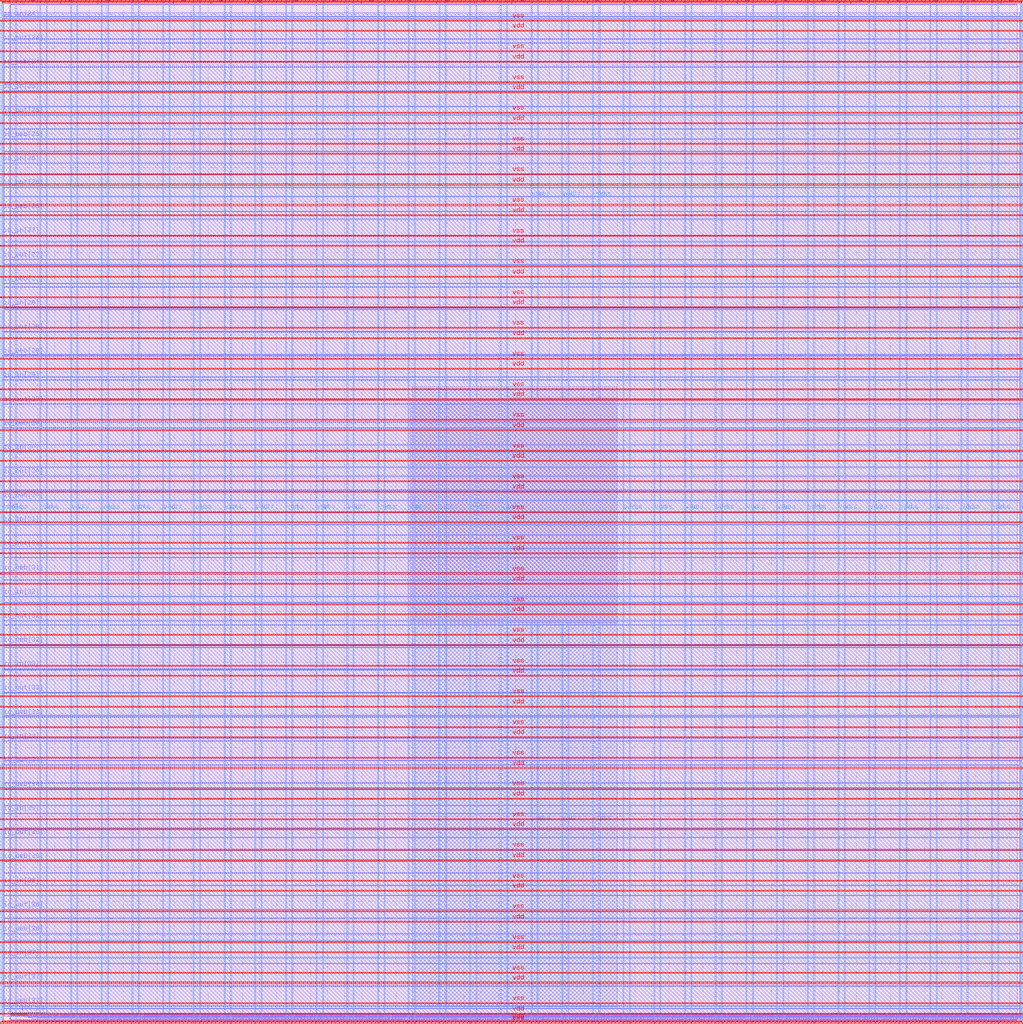
<source format=lef>
VERSION 5.7 ;
  NOWIREEXTENSIONATPIN ON ;
  DIVIDERCHAR "/" ;
  BUSBITCHARS "[]" ;
MACRO user_project_wrapper
  CLASS BLOCK ;
  FOREIGN user_project_wrapper ;
  ORIGIN 0.000 0.000 ;
  SIZE 2980.200 BY 2980.200 ;
  PIN io_in[0]
    DIRECTION INPUT ;
    USE SIGNAL ;
    PORT
      LAYER Metal3 ;
        RECT 2977.800 35.560 2985.000 36.680 ;
    END
  END io_in[0]
  PIN io_in[10]
    DIRECTION INPUT ;
    USE SIGNAL ;
    PORT
      LAYER Metal3 ;
        RECT 2977.800 2017.960 2985.000 2019.080 ;
    END
  END io_in[10]
  PIN io_in[11]
    DIRECTION INPUT ;
    USE SIGNAL ;
    PORT
      LAYER Metal3 ;
        RECT 2977.800 2216.200 2985.000 2217.320 ;
    END
  END io_in[11]
  PIN io_in[12]
    DIRECTION INPUT ;
    USE SIGNAL ;
    PORT
      LAYER Metal3 ;
        RECT 2977.800 2414.440 2985.000 2415.560 ;
    END
  END io_in[12]
  PIN io_in[13]
    DIRECTION INPUT ;
    USE SIGNAL ;
    PORT
      LAYER Metal3 ;
        RECT 2977.800 2612.680 2985.000 2613.800 ;
    END
  END io_in[13]
  PIN io_in[14]
    DIRECTION INPUT ;
    USE SIGNAL ;
    PORT
      LAYER Metal3 ;
        RECT 2977.800 2810.920 2985.000 2812.040 ;
    END
  END io_in[14]
  PIN io_in[15]
    DIRECTION INPUT ;
    USE SIGNAL ;
    PORT
      LAYER Metal2 ;
        RECT 2923.480 2977.800 2924.600 2985.000 ;
    END
  END io_in[15]
  PIN io_in[16]
    DIRECTION INPUT ;
    USE SIGNAL ;
    PORT
      LAYER Metal2 ;
        RECT 2592.520 2977.800 2593.640 2985.000 ;
    END
  END io_in[16]
  PIN io_in[17]
    DIRECTION INPUT ;
    USE SIGNAL ;
    PORT
      LAYER Metal2 ;
        RECT 2261.560 2977.800 2262.680 2985.000 ;
    END
  END io_in[17]
  PIN io_in[18]
    DIRECTION INPUT ;
    USE SIGNAL ;
    PORT
      LAYER Metal2 ;
        RECT 1930.600 2977.800 1931.720 2985.000 ;
    END
  END io_in[18]
  PIN io_in[19]
    DIRECTION INPUT ;
    USE SIGNAL ;
    PORT
      LAYER Metal2 ;
        RECT 1599.640 2977.800 1600.760 2985.000 ;
    END
  END io_in[19]
  PIN io_in[1]
    DIRECTION INPUT ;
    USE SIGNAL ;
    PORT
      LAYER Metal3 ;
        RECT 2977.800 233.800 2985.000 234.920 ;
    END
  END io_in[1]
  PIN io_in[20]
    DIRECTION INPUT ;
    USE SIGNAL ;
    PORT
      LAYER Metal2 ;
        RECT 1268.680 2977.800 1269.800 2985.000 ;
    END
  END io_in[20]
  PIN io_in[21]
    DIRECTION INPUT ;
    USE SIGNAL ;
    PORT
      LAYER Metal2 ;
        RECT 937.720 2977.800 938.840 2985.000 ;
    END
  END io_in[21]
  PIN io_in[22]
    DIRECTION INPUT ;
    USE SIGNAL ;
    PORT
      LAYER Metal2 ;
        RECT 606.760 2977.800 607.880 2985.000 ;
    END
  END io_in[22]
  PIN io_in[23]
    DIRECTION INPUT ;
    USE SIGNAL ;
    PORT
      LAYER Metal2 ;
        RECT 275.800 2977.800 276.920 2985.000 ;
    END
  END io_in[23]
  PIN io_in[24]
    DIRECTION INPUT ;
    USE SIGNAL ;
    PORT
      LAYER Metal3 ;
        RECT -4.800 2935.800 2.400 2936.920 ;
    END
  END io_in[24]
  PIN io_in[25]
    DIRECTION INPUT ;
    USE SIGNAL ;
    PORT
      LAYER Metal3 ;
        RECT -4.800 2724.120 2.400 2725.240 ;
    END
  END io_in[25]
  PIN io_in[26]
    DIRECTION INPUT ;
    USE SIGNAL ;
    PORT
      LAYER Metal3 ;
        RECT -4.800 2512.440 2.400 2513.560 ;
    END
  END io_in[26]
  PIN io_in[27]
    DIRECTION INPUT ;
    USE SIGNAL ;
    PORT
      LAYER Metal3 ;
        RECT -4.800 2300.760 2.400 2301.880 ;
    END
  END io_in[27]
  PIN io_in[28]
    DIRECTION INPUT ;
    USE SIGNAL ;
    PORT
      LAYER Metal3 ;
        RECT -4.800 2089.080 2.400 2090.200 ;
    END
  END io_in[28]
  PIN io_in[29]
    DIRECTION INPUT ;
    USE SIGNAL ;
    PORT
      LAYER Metal3 ;
        RECT -4.800 1877.400 2.400 1878.520 ;
    END
  END io_in[29]
  PIN io_in[2]
    DIRECTION INPUT ;
    USE SIGNAL ;
    PORT
      LAYER Metal3 ;
        RECT 2977.800 432.040 2985.000 433.160 ;
    END
  END io_in[2]
  PIN io_in[30]
    DIRECTION INPUT ;
    USE SIGNAL ;
    PORT
      LAYER Metal3 ;
        RECT -4.800 1665.720 2.400 1666.840 ;
    END
  END io_in[30]
  PIN io_in[31]
    DIRECTION INPUT ;
    USE SIGNAL ;
    PORT
      LAYER Metal3 ;
        RECT -4.800 1454.040 2.400 1455.160 ;
    END
  END io_in[31]
  PIN io_in[32]
    DIRECTION INPUT ;
    USE SIGNAL ;
    PORT
      LAYER Metal3 ;
        RECT -4.800 1242.360 2.400 1243.480 ;
    END
  END io_in[32]
  PIN io_in[33]
    DIRECTION INPUT ;
    USE SIGNAL ;
    PORT
      LAYER Metal3 ;
        RECT -4.800 1030.680 2.400 1031.800 ;
    END
  END io_in[33]
  PIN io_in[34]
    DIRECTION INPUT ;
    USE SIGNAL ;
    PORT
      LAYER Metal3 ;
        RECT -4.800 819.000 2.400 820.120 ;
    END
  END io_in[34]
  PIN io_in[35]
    DIRECTION INPUT ;
    USE SIGNAL ;
    PORT
      LAYER Metal3 ;
        RECT -4.800 607.320 2.400 608.440 ;
    END
  END io_in[35]
  PIN io_in[36]
    DIRECTION INPUT ;
    USE SIGNAL ;
    PORT
      LAYER Metal3 ;
        RECT -4.800 395.640 2.400 396.760 ;
    END
  END io_in[36]
  PIN io_in[37]
    DIRECTION INPUT ;
    USE SIGNAL ;
    PORT
      LAYER Metal3 ;
        RECT -4.800 183.960 2.400 185.080 ;
    END
  END io_in[37]
  PIN io_in[3]
    DIRECTION INPUT ;
    USE SIGNAL ;
    PORT
      LAYER Metal3 ;
        RECT 2977.800 630.280 2985.000 631.400 ;
    END
  END io_in[3]
  PIN io_in[4]
    DIRECTION INPUT ;
    USE SIGNAL ;
    PORT
      LAYER Metal3 ;
        RECT 2977.800 828.520 2985.000 829.640 ;
    END
  END io_in[4]
  PIN io_in[5]
    DIRECTION INPUT ;
    USE SIGNAL ;
    PORT
      LAYER Metal3 ;
        RECT 2977.800 1026.760 2985.000 1027.880 ;
    END
  END io_in[5]
  PIN io_in[6]
    DIRECTION INPUT ;
    USE SIGNAL ;
    PORT
      LAYER Metal3 ;
        RECT 2977.800 1225.000 2985.000 1226.120 ;
    END
  END io_in[6]
  PIN io_in[7]
    DIRECTION INPUT ;
    USE SIGNAL ;
    PORT
      LAYER Metal3 ;
        RECT 2977.800 1423.240 2985.000 1424.360 ;
    END
  END io_in[7]
  PIN io_in[8]
    DIRECTION INPUT ;
    USE SIGNAL ;
    PORT
      LAYER Metal3 ;
        RECT 2977.800 1621.480 2985.000 1622.600 ;
    END
  END io_in[8]
  PIN io_in[9]
    DIRECTION INPUT ;
    USE SIGNAL ;
    PORT
      LAYER Metal3 ;
        RECT 2977.800 1819.720 2985.000 1820.840 ;
    END
  END io_in[9]
  PIN io_oeb[0]
    DIRECTION OUTPUT TRISTATE ;
    USE SIGNAL ;
    PORT
      LAYER Metal3 ;
        RECT 2977.800 167.720 2985.000 168.840 ;
    END
  END io_oeb[0]
  PIN io_oeb[10]
    DIRECTION OUTPUT TRISTATE ;
    USE SIGNAL ;
    PORT
      LAYER Metal3 ;
        RECT 2977.800 2150.120 2985.000 2151.240 ;
    END
  END io_oeb[10]
  PIN io_oeb[11]
    DIRECTION OUTPUT TRISTATE ;
    USE SIGNAL ;
    PORT
      LAYER Metal3 ;
        RECT 2977.800 2348.360 2985.000 2349.480 ;
    END
  END io_oeb[11]
  PIN io_oeb[12]
    DIRECTION OUTPUT TRISTATE ;
    USE SIGNAL ;
    PORT
      LAYER Metal3 ;
        RECT 2977.800 2546.600 2985.000 2547.720 ;
    END
  END io_oeb[12]
  PIN io_oeb[13]
    DIRECTION OUTPUT TRISTATE ;
    USE SIGNAL ;
    PORT
      LAYER Metal3 ;
        RECT 2977.800 2744.840 2985.000 2745.960 ;
    END
  END io_oeb[13]
  PIN io_oeb[14]
    DIRECTION OUTPUT TRISTATE ;
    USE SIGNAL ;
    PORT
      LAYER Metal3 ;
        RECT 2977.800 2943.080 2985.000 2944.200 ;
    END
  END io_oeb[14]
  PIN io_oeb[15]
    DIRECTION OUTPUT TRISTATE ;
    USE SIGNAL ;
    PORT
      LAYER Metal2 ;
        RECT 2702.840 2977.800 2703.960 2985.000 ;
    END
  END io_oeb[15]
  PIN io_oeb[16]
    DIRECTION OUTPUT TRISTATE ;
    USE SIGNAL ;
    PORT
      LAYER Metal2 ;
        RECT 2371.880 2977.800 2373.000 2985.000 ;
    END
  END io_oeb[16]
  PIN io_oeb[17]
    DIRECTION OUTPUT TRISTATE ;
    USE SIGNAL ;
    PORT
      LAYER Metal2 ;
        RECT 2040.920 2977.800 2042.040 2985.000 ;
    END
  END io_oeb[17]
  PIN io_oeb[18]
    DIRECTION OUTPUT TRISTATE ;
    USE SIGNAL ;
    PORT
      LAYER Metal2 ;
        RECT 1709.960 2977.800 1711.080 2985.000 ;
    END
  END io_oeb[18]
  PIN io_oeb[19]
    DIRECTION OUTPUT TRISTATE ;
    USE SIGNAL ;
    PORT
      LAYER Metal2 ;
        RECT 1379.000 2977.800 1380.120 2985.000 ;
    END
  END io_oeb[19]
  PIN io_oeb[1]
    DIRECTION OUTPUT TRISTATE ;
    USE SIGNAL ;
    PORT
      LAYER Metal3 ;
        RECT 2977.800 365.960 2985.000 367.080 ;
    END
  END io_oeb[1]
  PIN io_oeb[20]
    DIRECTION OUTPUT TRISTATE ;
    USE SIGNAL ;
    PORT
      LAYER Metal2 ;
        RECT 1048.040 2977.800 1049.160 2985.000 ;
    END
  END io_oeb[20]
  PIN io_oeb[21]
    DIRECTION OUTPUT TRISTATE ;
    USE SIGNAL ;
    PORT
      LAYER Metal2 ;
        RECT 717.080 2977.800 718.200 2985.000 ;
    END
  END io_oeb[21]
  PIN io_oeb[22]
    DIRECTION OUTPUT TRISTATE ;
    USE SIGNAL ;
    PORT
      LAYER Metal2 ;
        RECT 386.120 2977.800 387.240 2985.000 ;
    END
  END io_oeb[22]
  PIN io_oeb[23]
    DIRECTION OUTPUT TRISTATE ;
    USE SIGNAL ;
    PORT
      LAYER Metal2 ;
        RECT 55.160 2977.800 56.280 2985.000 ;
    END
  END io_oeb[23]
  PIN io_oeb[24]
    DIRECTION OUTPUT TRISTATE ;
    USE SIGNAL ;
    PORT
      LAYER Metal3 ;
        RECT -4.800 2794.680 2.400 2795.800 ;
    END
  END io_oeb[24]
  PIN io_oeb[25]
    DIRECTION OUTPUT TRISTATE ;
    USE SIGNAL ;
    PORT
      LAYER Metal3 ;
        RECT -4.800 2583.000 2.400 2584.120 ;
    END
  END io_oeb[25]
  PIN io_oeb[26]
    DIRECTION OUTPUT TRISTATE ;
    USE SIGNAL ;
    PORT
      LAYER Metal3 ;
        RECT -4.800 2371.320 2.400 2372.440 ;
    END
  END io_oeb[26]
  PIN io_oeb[27]
    DIRECTION OUTPUT TRISTATE ;
    USE SIGNAL ;
    PORT
      LAYER Metal3 ;
        RECT -4.800 2159.640 2.400 2160.760 ;
    END
  END io_oeb[27]
  PIN io_oeb[28]
    DIRECTION OUTPUT TRISTATE ;
    USE SIGNAL ;
    PORT
      LAYER Metal3 ;
        RECT -4.800 1947.960 2.400 1949.080 ;
    END
  END io_oeb[28]
  PIN io_oeb[29]
    DIRECTION OUTPUT TRISTATE ;
    USE SIGNAL ;
    PORT
      LAYER Metal3 ;
        RECT -4.800 1736.280 2.400 1737.400 ;
    END
  END io_oeb[29]
  PIN io_oeb[2]
    DIRECTION OUTPUT TRISTATE ;
    USE SIGNAL ;
    PORT
      LAYER Metal3 ;
        RECT 2977.800 564.200 2985.000 565.320 ;
    END
  END io_oeb[2]
  PIN io_oeb[30]
    DIRECTION OUTPUT TRISTATE ;
    USE SIGNAL ;
    PORT
      LAYER Metal3 ;
        RECT -4.800 1524.600 2.400 1525.720 ;
    END
  END io_oeb[30]
  PIN io_oeb[31]
    DIRECTION OUTPUT TRISTATE ;
    USE SIGNAL ;
    PORT
      LAYER Metal3 ;
        RECT -4.800 1312.920 2.400 1314.040 ;
    END
  END io_oeb[31]
  PIN io_oeb[32]
    DIRECTION OUTPUT TRISTATE ;
    USE SIGNAL ;
    PORT
      LAYER Metal3 ;
        RECT -4.800 1101.240 2.400 1102.360 ;
    END
  END io_oeb[32]
  PIN io_oeb[33]
    DIRECTION OUTPUT TRISTATE ;
    USE SIGNAL ;
    PORT
      LAYER Metal3 ;
        RECT -4.800 889.560 2.400 890.680 ;
    END
  END io_oeb[33]
  PIN io_oeb[34]
    DIRECTION OUTPUT TRISTATE ;
    USE SIGNAL ;
    PORT
      LAYER Metal3 ;
        RECT -4.800 677.880 2.400 679.000 ;
    END
  END io_oeb[34]
  PIN io_oeb[35]
    DIRECTION OUTPUT TRISTATE ;
    USE SIGNAL ;
    PORT
      LAYER Metal3 ;
        RECT -4.800 466.200 2.400 467.320 ;
    END
  END io_oeb[35]
  PIN io_oeb[36]
    DIRECTION OUTPUT TRISTATE ;
    USE SIGNAL ;
    PORT
      LAYER Metal3 ;
        RECT -4.800 254.520 2.400 255.640 ;
    END
  END io_oeb[36]
  PIN io_oeb[37]
    DIRECTION OUTPUT TRISTATE ;
    USE SIGNAL ;
    PORT
      LAYER Metal3 ;
        RECT -4.800 42.840 2.400 43.960 ;
    END
  END io_oeb[37]
  PIN io_oeb[3]
    DIRECTION OUTPUT TRISTATE ;
    USE SIGNAL ;
    PORT
      LAYER Metal3 ;
        RECT 2977.800 762.440 2985.000 763.560 ;
    END
  END io_oeb[3]
  PIN io_oeb[4]
    DIRECTION OUTPUT TRISTATE ;
    USE SIGNAL ;
    PORT
      LAYER Metal3 ;
        RECT 2977.800 960.680 2985.000 961.800 ;
    END
  END io_oeb[4]
  PIN io_oeb[5]
    DIRECTION OUTPUT TRISTATE ;
    USE SIGNAL ;
    PORT
      LAYER Metal3 ;
        RECT 2977.800 1158.920 2985.000 1160.040 ;
    END
  END io_oeb[5]
  PIN io_oeb[6]
    DIRECTION OUTPUT TRISTATE ;
    USE SIGNAL ;
    PORT
      LAYER Metal3 ;
        RECT 2977.800 1357.160 2985.000 1358.280 ;
    END
  END io_oeb[6]
  PIN io_oeb[7]
    DIRECTION OUTPUT TRISTATE ;
    USE SIGNAL ;
    PORT
      LAYER Metal3 ;
        RECT 2977.800 1555.400 2985.000 1556.520 ;
    END
  END io_oeb[7]
  PIN io_oeb[8]
    DIRECTION OUTPUT TRISTATE ;
    USE SIGNAL ;
    PORT
      LAYER Metal3 ;
        RECT 2977.800 1753.640 2985.000 1754.760 ;
    END
  END io_oeb[8]
  PIN io_oeb[9]
    DIRECTION OUTPUT TRISTATE ;
    USE SIGNAL ;
    PORT
      LAYER Metal3 ;
        RECT 2977.800 1951.880 2985.000 1953.000 ;
    END
  END io_oeb[9]
  PIN io_out[0]
    DIRECTION OUTPUT TRISTATE ;
    USE SIGNAL ;
    PORT
      LAYER Metal3 ;
        RECT 2977.800 101.640 2985.000 102.760 ;
    END
  END io_out[0]
  PIN io_out[10]
    DIRECTION OUTPUT TRISTATE ;
    USE SIGNAL ;
    PORT
      LAYER Metal3 ;
        RECT 2977.800 2084.040 2985.000 2085.160 ;
    END
  END io_out[10]
  PIN io_out[11]
    DIRECTION OUTPUT TRISTATE ;
    USE SIGNAL ;
    PORT
      LAYER Metal3 ;
        RECT 2977.800 2282.280 2985.000 2283.400 ;
    END
  END io_out[11]
  PIN io_out[12]
    DIRECTION OUTPUT TRISTATE ;
    USE SIGNAL ;
    PORT
      LAYER Metal3 ;
        RECT 2977.800 2480.520 2985.000 2481.640 ;
    END
  END io_out[12]
  PIN io_out[13]
    DIRECTION OUTPUT TRISTATE ;
    USE SIGNAL ;
    PORT
      LAYER Metal3 ;
        RECT 2977.800 2678.760 2985.000 2679.880 ;
    END
  END io_out[13]
  PIN io_out[14]
    DIRECTION OUTPUT TRISTATE ;
    USE SIGNAL ;
    PORT
      LAYER Metal3 ;
        RECT 2977.800 2877.000 2985.000 2878.120 ;
    END
  END io_out[14]
  PIN io_out[15]
    DIRECTION OUTPUT TRISTATE ;
    USE SIGNAL ;
    PORT
      LAYER Metal2 ;
        RECT 2813.160 2977.800 2814.280 2985.000 ;
    END
  END io_out[15]
  PIN io_out[16]
    DIRECTION OUTPUT TRISTATE ;
    USE SIGNAL ;
    PORT
      LAYER Metal2 ;
        RECT 2482.200 2977.800 2483.320 2985.000 ;
    END
  END io_out[16]
  PIN io_out[17]
    DIRECTION OUTPUT TRISTATE ;
    USE SIGNAL ;
    PORT
      LAYER Metal2 ;
        RECT 2151.240 2977.800 2152.360 2985.000 ;
    END
  END io_out[17]
  PIN io_out[18]
    DIRECTION OUTPUT TRISTATE ;
    USE SIGNAL ;
    PORT
      LAYER Metal2 ;
        RECT 1820.280 2977.800 1821.400 2985.000 ;
    END
  END io_out[18]
  PIN io_out[19]
    DIRECTION OUTPUT TRISTATE ;
    USE SIGNAL ;
    PORT
      LAYER Metal2 ;
        RECT 1489.320 2977.800 1490.440 2985.000 ;
    END
  END io_out[19]
  PIN io_out[1]
    DIRECTION OUTPUT TRISTATE ;
    USE SIGNAL ;
    PORT
      LAYER Metal3 ;
        RECT 2977.800 299.880 2985.000 301.000 ;
    END
  END io_out[1]
  PIN io_out[20]
    DIRECTION OUTPUT TRISTATE ;
    USE SIGNAL ;
    PORT
      LAYER Metal2 ;
        RECT 1158.360 2977.800 1159.480 2985.000 ;
    END
  END io_out[20]
  PIN io_out[21]
    DIRECTION OUTPUT TRISTATE ;
    USE SIGNAL ;
    PORT
      LAYER Metal2 ;
        RECT 827.400 2977.800 828.520 2985.000 ;
    END
  END io_out[21]
  PIN io_out[22]
    DIRECTION OUTPUT TRISTATE ;
    USE SIGNAL ;
    PORT
      LAYER Metal2 ;
        RECT 496.440 2977.800 497.560 2985.000 ;
    END
  END io_out[22]
  PIN io_out[23]
    DIRECTION OUTPUT TRISTATE ;
    USE SIGNAL ;
    PORT
      LAYER Metal2 ;
        RECT 165.480 2977.800 166.600 2985.000 ;
    END
  END io_out[23]
  PIN io_out[24]
    DIRECTION OUTPUT TRISTATE ;
    USE SIGNAL ;
    PORT
      LAYER Metal3 ;
        RECT -4.800 2865.240 2.400 2866.360 ;
    END
  END io_out[24]
  PIN io_out[25]
    DIRECTION OUTPUT TRISTATE ;
    USE SIGNAL ;
    PORT
      LAYER Metal3 ;
        RECT -4.800 2653.560 2.400 2654.680 ;
    END
  END io_out[25]
  PIN io_out[26]
    DIRECTION OUTPUT TRISTATE ;
    USE SIGNAL ;
    PORT
      LAYER Metal3 ;
        RECT -4.800 2441.880 2.400 2443.000 ;
    END
  END io_out[26]
  PIN io_out[27]
    DIRECTION OUTPUT TRISTATE ;
    USE SIGNAL ;
    PORT
      LAYER Metal3 ;
        RECT -4.800 2230.200 2.400 2231.320 ;
    END
  END io_out[27]
  PIN io_out[28]
    DIRECTION OUTPUT TRISTATE ;
    USE SIGNAL ;
    PORT
      LAYER Metal3 ;
        RECT -4.800 2018.520 2.400 2019.640 ;
    END
  END io_out[28]
  PIN io_out[29]
    DIRECTION OUTPUT TRISTATE ;
    USE SIGNAL ;
    PORT
      LAYER Metal3 ;
        RECT -4.800 1806.840 2.400 1807.960 ;
    END
  END io_out[29]
  PIN io_out[2]
    DIRECTION OUTPUT TRISTATE ;
    USE SIGNAL ;
    PORT
      LAYER Metal3 ;
        RECT 2977.800 498.120 2985.000 499.240 ;
    END
  END io_out[2]
  PIN io_out[30]
    DIRECTION OUTPUT TRISTATE ;
    USE SIGNAL ;
    PORT
      LAYER Metal3 ;
        RECT -4.800 1595.160 2.400 1596.280 ;
    END
  END io_out[30]
  PIN io_out[31]
    DIRECTION OUTPUT TRISTATE ;
    USE SIGNAL ;
    PORT
      LAYER Metal3 ;
        RECT -4.800 1383.480 2.400 1384.600 ;
    END
  END io_out[31]
  PIN io_out[32]
    DIRECTION OUTPUT TRISTATE ;
    USE SIGNAL ;
    PORT
      LAYER Metal3 ;
        RECT -4.800 1171.800 2.400 1172.920 ;
    END
  END io_out[32]
  PIN io_out[33]
    DIRECTION OUTPUT TRISTATE ;
    USE SIGNAL ;
    PORT
      LAYER Metal3 ;
        RECT -4.800 960.120 2.400 961.240 ;
    END
  END io_out[33]
  PIN io_out[34]
    DIRECTION OUTPUT TRISTATE ;
    USE SIGNAL ;
    PORT
      LAYER Metal3 ;
        RECT -4.800 748.440 2.400 749.560 ;
    END
  END io_out[34]
  PIN io_out[35]
    DIRECTION OUTPUT TRISTATE ;
    USE SIGNAL ;
    PORT
      LAYER Metal3 ;
        RECT -4.800 536.760 2.400 537.880 ;
    END
  END io_out[35]
  PIN io_out[36]
    DIRECTION OUTPUT TRISTATE ;
    USE SIGNAL ;
    PORT
      LAYER Metal3 ;
        RECT -4.800 325.080 2.400 326.200 ;
    END
  END io_out[36]
  PIN io_out[37]
    DIRECTION OUTPUT TRISTATE ;
    USE SIGNAL ;
    PORT
      LAYER Metal3 ;
        RECT -4.800 113.400 2.400 114.520 ;
    END
  END io_out[37]
  PIN io_out[3]
    DIRECTION OUTPUT TRISTATE ;
    USE SIGNAL ;
    PORT
      LAYER Metal3 ;
        RECT 2977.800 696.360 2985.000 697.480 ;
    END
  END io_out[3]
  PIN io_out[4]
    DIRECTION OUTPUT TRISTATE ;
    USE SIGNAL ;
    PORT
      LAYER Metal3 ;
        RECT 2977.800 894.600 2985.000 895.720 ;
    END
  END io_out[4]
  PIN io_out[5]
    DIRECTION OUTPUT TRISTATE ;
    USE SIGNAL ;
    PORT
      LAYER Metal3 ;
        RECT 2977.800 1092.840 2985.000 1093.960 ;
    END
  END io_out[5]
  PIN io_out[6]
    DIRECTION OUTPUT TRISTATE ;
    USE SIGNAL ;
    PORT
      LAYER Metal3 ;
        RECT 2977.800 1291.080 2985.000 1292.200 ;
    END
  END io_out[6]
  PIN io_out[7]
    DIRECTION OUTPUT TRISTATE ;
    USE SIGNAL ;
    PORT
      LAYER Metal3 ;
        RECT 2977.800 1489.320 2985.000 1490.440 ;
    END
  END io_out[7]
  PIN io_out[8]
    DIRECTION OUTPUT TRISTATE ;
    USE SIGNAL ;
    PORT
      LAYER Metal3 ;
        RECT 2977.800 1687.560 2985.000 1688.680 ;
    END
  END io_out[8]
  PIN io_out[9]
    DIRECTION OUTPUT TRISTATE ;
    USE SIGNAL ;
    PORT
      LAYER Metal3 ;
        RECT 2977.800 1885.800 2985.000 1886.920 ;
    END
  END io_out[9]
  PIN la_data_in[0]
    DIRECTION INPUT ;
    USE SIGNAL ;
    PORT
      LAYER Metal2 ;
        RECT 1065.960 -4.800 1067.080 2.400 ;
    END
  END la_data_in[0]
  PIN la_data_in[10]
    DIRECTION INPUT ;
    USE SIGNAL ;
    PORT
      LAYER Metal2 ;
        RECT 1351.560 -4.800 1352.680 2.400 ;
    END
  END la_data_in[10]
  PIN la_data_in[11]
    DIRECTION INPUT ;
    USE SIGNAL ;
    PORT
      LAYER Metal2 ;
        RECT 1380.120 -4.800 1381.240 2.400 ;
    END
  END la_data_in[11]
  PIN la_data_in[12]
    DIRECTION INPUT ;
    USE SIGNAL ;
    PORT
      LAYER Metal2 ;
        RECT 1408.680 -4.800 1409.800 2.400 ;
    END
  END la_data_in[12]
  PIN la_data_in[13]
    DIRECTION INPUT ;
    USE SIGNAL ;
    PORT
      LAYER Metal2 ;
        RECT 1437.240 -4.800 1438.360 2.400 ;
    END
  END la_data_in[13]
  PIN la_data_in[14]
    DIRECTION INPUT ;
    USE SIGNAL ;
    PORT
      LAYER Metal2 ;
        RECT 1465.800 -4.800 1466.920 2.400 ;
    END
  END la_data_in[14]
  PIN la_data_in[15]
    DIRECTION INPUT ;
    USE SIGNAL ;
    PORT
      LAYER Metal2 ;
        RECT 1494.360 -4.800 1495.480 2.400 ;
    END
  END la_data_in[15]
  PIN la_data_in[16]
    DIRECTION INPUT ;
    USE SIGNAL ;
    PORT
      LAYER Metal2 ;
        RECT 1522.920 -4.800 1524.040 2.400 ;
    END
  END la_data_in[16]
  PIN la_data_in[17]
    DIRECTION INPUT ;
    USE SIGNAL ;
    PORT
      LAYER Metal2 ;
        RECT 1551.480 -4.800 1552.600 2.400 ;
    END
  END la_data_in[17]
  PIN la_data_in[18]
    DIRECTION INPUT ;
    USE SIGNAL ;
    PORT
      LAYER Metal2 ;
        RECT 1580.040 -4.800 1581.160 2.400 ;
    END
  END la_data_in[18]
  PIN la_data_in[19]
    DIRECTION INPUT ;
    USE SIGNAL ;
    PORT
      LAYER Metal2 ;
        RECT 1608.600 -4.800 1609.720 2.400 ;
    END
  END la_data_in[19]
  PIN la_data_in[1]
    DIRECTION INPUT ;
    USE SIGNAL ;
    PORT
      LAYER Metal2 ;
        RECT 1094.520 -4.800 1095.640 2.400 ;
    END
  END la_data_in[1]
  PIN la_data_in[20]
    DIRECTION INPUT ;
    USE SIGNAL ;
    PORT
      LAYER Metal2 ;
        RECT 1637.160 -4.800 1638.280 2.400 ;
    END
  END la_data_in[20]
  PIN la_data_in[21]
    DIRECTION INPUT ;
    USE SIGNAL ;
    PORT
      LAYER Metal2 ;
        RECT 1665.720 -4.800 1666.840 2.400 ;
    END
  END la_data_in[21]
  PIN la_data_in[22]
    DIRECTION INPUT ;
    USE SIGNAL ;
    PORT
      LAYER Metal2 ;
        RECT 1694.280 -4.800 1695.400 2.400 ;
    END
  END la_data_in[22]
  PIN la_data_in[23]
    DIRECTION INPUT ;
    USE SIGNAL ;
    PORT
      LAYER Metal2 ;
        RECT 1722.840 -4.800 1723.960 2.400 ;
    END
  END la_data_in[23]
  PIN la_data_in[24]
    DIRECTION INPUT ;
    USE SIGNAL ;
    PORT
      LAYER Metal2 ;
        RECT 1751.400 -4.800 1752.520 2.400 ;
    END
  END la_data_in[24]
  PIN la_data_in[25]
    DIRECTION INPUT ;
    USE SIGNAL ;
    PORT
      LAYER Metal2 ;
        RECT 1779.960 -4.800 1781.080 2.400 ;
    END
  END la_data_in[25]
  PIN la_data_in[26]
    DIRECTION INPUT ;
    USE SIGNAL ;
    PORT
      LAYER Metal2 ;
        RECT 1808.520 -4.800 1809.640 2.400 ;
    END
  END la_data_in[26]
  PIN la_data_in[27]
    DIRECTION INPUT ;
    USE SIGNAL ;
    PORT
      LAYER Metal2 ;
        RECT 1837.080 -4.800 1838.200 2.400 ;
    END
  END la_data_in[27]
  PIN la_data_in[28]
    DIRECTION INPUT ;
    USE SIGNAL ;
    PORT
      LAYER Metal2 ;
        RECT 1865.640 -4.800 1866.760 2.400 ;
    END
  END la_data_in[28]
  PIN la_data_in[29]
    DIRECTION INPUT ;
    USE SIGNAL ;
    PORT
      LAYER Metal2 ;
        RECT 1894.200 -4.800 1895.320 2.400 ;
    END
  END la_data_in[29]
  PIN la_data_in[2]
    DIRECTION INPUT ;
    USE SIGNAL ;
    PORT
      LAYER Metal2 ;
        RECT 1123.080 -4.800 1124.200 2.400 ;
    END
  END la_data_in[2]
  PIN la_data_in[30]
    DIRECTION INPUT ;
    USE SIGNAL ;
    PORT
      LAYER Metal2 ;
        RECT 1922.760 -4.800 1923.880 2.400 ;
    END
  END la_data_in[30]
  PIN la_data_in[31]
    DIRECTION INPUT ;
    USE SIGNAL ;
    PORT
      LAYER Metal2 ;
        RECT 1951.320 -4.800 1952.440 2.400 ;
    END
  END la_data_in[31]
  PIN la_data_in[32]
    DIRECTION INPUT ;
    USE SIGNAL ;
    PORT
      LAYER Metal2 ;
        RECT 1979.880 -4.800 1981.000 2.400 ;
    END
  END la_data_in[32]
  PIN la_data_in[33]
    DIRECTION INPUT ;
    USE SIGNAL ;
    PORT
      LAYER Metal2 ;
        RECT 2008.440 -4.800 2009.560 2.400 ;
    END
  END la_data_in[33]
  PIN la_data_in[34]
    DIRECTION INPUT ;
    USE SIGNAL ;
    PORT
      LAYER Metal2 ;
        RECT 2037.000 -4.800 2038.120 2.400 ;
    END
  END la_data_in[34]
  PIN la_data_in[35]
    DIRECTION INPUT ;
    USE SIGNAL ;
    PORT
      LAYER Metal2 ;
        RECT 2065.560 -4.800 2066.680 2.400 ;
    END
  END la_data_in[35]
  PIN la_data_in[36]
    DIRECTION INPUT ;
    USE SIGNAL ;
    PORT
      LAYER Metal2 ;
        RECT 2094.120 -4.800 2095.240 2.400 ;
    END
  END la_data_in[36]
  PIN la_data_in[37]
    DIRECTION INPUT ;
    USE SIGNAL ;
    PORT
      LAYER Metal2 ;
        RECT 2122.680 -4.800 2123.800 2.400 ;
    END
  END la_data_in[37]
  PIN la_data_in[38]
    DIRECTION INPUT ;
    USE SIGNAL ;
    PORT
      LAYER Metal2 ;
        RECT 2151.240 -4.800 2152.360 2.400 ;
    END
  END la_data_in[38]
  PIN la_data_in[39]
    DIRECTION INPUT ;
    USE SIGNAL ;
    PORT
      LAYER Metal2 ;
        RECT 2179.800 -4.800 2180.920 2.400 ;
    END
  END la_data_in[39]
  PIN la_data_in[3]
    DIRECTION INPUT ;
    USE SIGNAL ;
    PORT
      LAYER Metal2 ;
        RECT 1151.640 -4.800 1152.760 2.400 ;
    END
  END la_data_in[3]
  PIN la_data_in[40]
    DIRECTION INPUT ;
    USE SIGNAL ;
    PORT
      LAYER Metal2 ;
        RECT 2208.360 -4.800 2209.480 2.400 ;
    END
  END la_data_in[40]
  PIN la_data_in[41]
    DIRECTION INPUT ;
    USE SIGNAL ;
    PORT
      LAYER Metal2 ;
        RECT 2236.920 -4.800 2238.040 2.400 ;
    END
  END la_data_in[41]
  PIN la_data_in[42]
    DIRECTION INPUT ;
    USE SIGNAL ;
    PORT
      LAYER Metal2 ;
        RECT 2265.480 -4.800 2266.600 2.400 ;
    END
  END la_data_in[42]
  PIN la_data_in[43]
    DIRECTION INPUT ;
    USE SIGNAL ;
    PORT
      LAYER Metal2 ;
        RECT 2294.040 -4.800 2295.160 2.400 ;
    END
  END la_data_in[43]
  PIN la_data_in[44]
    DIRECTION INPUT ;
    USE SIGNAL ;
    PORT
      LAYER Metal2 ;
        RECT 2322.600 -4.800 2323.720 2.400 ;
    END
  END la_data_in[44]
  PIN la_data_in[45]
    DIRECTION INPUT ;
    USE SIGNAL ;
    PORT
      LAYER Metal2 ;
        RECT 2351.160 -4.800 2352.280 2.400 ;
    END
  END la_data_in[45]
  PIN la_data_in[46]
    DIRECTION INPUT ;
    USE SIGNAL ;
    PORT
      LAYER Metal2 ;
        RECT 2379.720 -4.800 2380.840 2.400 ;
    END
  END la_data_in[46]
  PIN la_data_in[47]
    DIRECTION INPUT ;
    USE SIGNAL ;
    PORT
      LAYER Metal2 ;
        RECT 2408.280 -4.800 2409.400 2.400 ;
    END
  END la_data_in[47]
  PIN la_data_in[48]
    DIRECTION INPUT ;
    USE SIGNAL ;
    PORT
      LAYER Metal2 ;
        RECT 2436.840 -4.800 2437.960 2.400 ;
    END
  END la_data_in[48]
  PIN la_data_in[49]
    DIRECTION INPUT ;
    USE SIGNAL ;
    PORT
      LAYER Metal2 ;
        RECT 2465.400 -4.800 2466.520 2.400 ;
    END
  END la_data_in[49]
  PIN la_data_in[4]
    DIRECTION INPUT ;
    USE SIGNAL ;
    PORT
      LAYER Metal2 ;
        RECT 1180.200 -4.800 1181.320 2.400 ;
    END
  END la_data_in[4]
  PIN la_data_in[50]
    DIRECTION INPUT ;
    USE SIGNAL ;
    PORT
      LAYER Metal2 ;
        RECT 2493.960 -4.800 2495.080 2.400 ;
    END
  END la_data_in[50]
  PIN la_data_in[51]
    DIRECTION INPUT ;
    USE SIGNAL ;
    PORT
      LAYER Metal2 ;
        RECT 2522.520 -4.800 2523.640 2.400 ;
    END
  END la_data_in[51]
  PIN la_data_in[52]
    DIRECTION INPUT ;
    USE SIGNAL ;
    PORT
      LAYER Metal2 ;
        RECT 2551.080 -4.800 2552.200 2.400 ;
    END
  END la_data_in[52]
  PIN la_data_in[53]
    DIRECTION INPUT ;
    USE SIGNAL ;
    PORT
      LAYER Metal2 ;
        RECT 2579.640 -4.800 2580.760 2.400 ;
    END
  END la_data_in[53]
  PIN la_data_in[54]
    DIRECTION INPUT ;
    USE SIGNAL ;
    PORT
      LAYER Metal2 ;
        RECT 2608.200 -4.800 2609.320 2.400 ;
    END
  END la_data_in[54]
  PIN la_data_in[55]
    DIRECTION INPUT ;
    USE SIGNAL ;
    PORT
      LAYER Metal2 ;
        RECT 2636.760 -4.800 2637.880 2.400 ;
    END
  END la_data_in[55]
  PIN la_data_in[56]
    DIRECTION INPUT ;
    USE SIGNAL ;
    PORT
      LAYER Metal2 ;
        RECT 2665.320 -4.800 2666.440 2.400 ;
    END
  END la_data_in[56]
  PIN la_data_in[57]
    DIRECTION INPUT ;
    USE SIGNAL ;
    PORT
      LAYER Metal2 ;
        RECT 2693.880 -4.800 2695.000 2.400 ;
    END
  END la_data_in[57]
  PIN la_data_in[58]
    DIRECTION INPUT ;
    USE SIGNAL ;
    PORT
      LAYER Metal2 ;
        RECT 2722.440 -4.800 2723.560 2.400 ;
    END
  END la_data_in[58]
  PIN la_data_in[59]
    DIRECTION INPUT ;
    USE SIGNAL ;
    PORT
      LAYER Metal2 ;
        RECT 2751.000 -4.800 2752.120 2.400 ;
    END
  END la_data_in[59]
  PIN la_data_in[5]
    DIRECTION INPUT ;
    USE SIGNAL ;
    PORT
      LAYER Metal2 ;
        RECT 1208.760 -4.800 1209.880 2.400 ;
    END
  END la_data_in[5]
  PIN la_data_in[60]
    DIRECTION INPUT ;
    USE SIGNAL ;
    PORT
      LAYER Metal2 ;
        RECT 2779.560 -4.800 2780.680 2.400 ;
    END
  END la_data_in[60]
  PIN la_data_in[61]
    DIRECTION INPUT ;
    USE SIGNAL ;
    PORT
      LAYER Metal2 ;
        RECT 2808.120 -4.800 2809.240 2.400 ;
    END
  END la_data_in[61]
  PIN la_data_in[62]
    DIRECTION INPUT ;
    USE SIGNAL ;
    PORT
      LAYER Metal2 ;
        RECT 2836.680 -4.800 2837.800 2.400 ;
    END
  END la_data_in[62]
  PIN la_data_in[63]
    DIRECTION INPUT ;
    USE SIGNAL ;
    PORT
      LAYER Metal2 ;
        RECT 2865.240 -4.800 2866.360 2.400 ;
    END
  END la_data_in[63]
  PIN la_data_in[6]
    DIRECTION INPUT ;
    USE SIGNAL ;
    PORT
      LAYER Metal2 ;
        RECT 1237.320 -4.800 1238.440 2.400 ;
    END
  END la_data_in[6]
  PIN la_data_in[7]
    DIRECTION INPUT ;
    USE SIGNAL ;
    PORT
      LAYER Metal2 ;
        RECT 1265.880 -4.800 1267.000 2.400 ;
    END
  END la_data_in[7]
  PIN la_data_in[8]
    DIRECTION INPUT ;
    USE SIGNAL ;
    PORT
      LAYER Metal2 ;
        RECT 1294.440 -4.800 1295.560 2.400 ;
    END
  END la_data_in[8]
  PIN la_data_in[9]
    DIRECTION INPUT ;
    USE SIGNAL ;
    PORT
      LAYER Metal2 ;
        RECT 1323.000 -4.800 1324.120 2.400 ;
    END
  END la_data_in[9]
  PIN la_data_out[0]
    DIRECTION OUTPUT TRISTATE ;
    USE SIGNAL ;
    PORT
      LAYER Metal2 ;
        RECT 1075.480 -4.800 1076.600 2.400 ;
    END
  END la_data_out[0]
  PIN la_data_out[10]
    DIRECTION OUTPUT TRISTATE ;
    USE SIGNAL ;
    PORT
      LAYER Metal2 ;
        RECT 1361.080 -4.800 1362.200 2.400 ;
    END
  END la_data_out[10]
  PIN la_data_out[11]
    DIRECTION OUTPUT TRISTATE ;
    USE SIGNAL ;
    PORT
      LAYER Metal2 ;
        RECT 1389.640 -4.800 1390.760 2.400 ;
    END
  END la_data_out[11]
  PIN la_data_out[12]
    DIRECTION OUTPUT TRISTATE ;
    USE SIGNAL ;
    PORT
      LAYER Metal2 ;
        RECT 1418.200 -4.800 1419.320 2.400 ;
    END
  END la_data_out[12]
  PIN la_data_out[13]
    DIRECTION OUTPUT TRISTATE ;
    USE SIGNAL ;
    PORT
      LAYER Metal2 ;
        RECT 1446.760 -4.800 1447.880 2.400 ;
    END
  END la_data_out[13]
  PIN la_data_out[14]
    DIRECTION OUTPUT TRISTATE ;
    USE SIGNAL ;
    PORT
      LAYER Metal2 ;
        RECT 1475.320 -4.800 1476.440 2.400 ;
    END
  END la_data_out[14]
  PIN la_data_out[15]
    DIRECTION OUTPUT TRISTATE ;
    USE SIGNAL ;
    PORT
      LAYER Metal2 ;
        RECT 1503.880 -4.800 1505.000 2.400 ;
    END
  END la_data_out[15]
  PIN la_data_out[16]
    DIRECTION OUTPUT TRISTATE ;
    USE SIGNAL ;
    PORT
      LAYER Metal2 ;
        RECT 1532.440 -4.800 1533.560 2.400 ;
    END
  END la_data_out[16]
  PIN la_data_out[17]
    DIRECTION OUTPUT TRISTATE ;
    USE SIGNAL ;
    PORT
      LAYER Metal2 ;
        RECT 1561.000 -4.800 1562.120 2.400 ;
    END
  END la_data_out[17]
  PIN la_data_out[18]
    DIRECTION OUTPUT TRISTATE ;
    USE SIGNAL ;
    PORT
      LAYER Metal2 ;
        RECT 1589.560 -4.800 1590.680 2.400 ;
    END
  END la_data_out[18]
  PIN la_data_out[19]
    DIRECTION OUTPUT TRISTATE ;
    USE SIGNAL ;
    PORT
      LAYER Metal2 ;
        RECT 1618.120 -4.800 1619.240 2.400 ;
    END
  END la_data_out[19]
  PIN la_data_out[1]
    DIRECTION OUTPUT TRISTATE ;
    USE SIGNAL ;
    PORT
      LAYER Metal2 ;
        RECT 1104.040 -4.800 1105.160 2.400 ;
    END
  END la_data_out[1]
  PIN la_data_out[20]
    DIRECTION OUTPUT TRISTATE ;
    USE SIGNAL ;
    PORT
      LAYER Metal2 ;
        RECT 1646.680 -4.800 1647.800 2.400 ;
    END
  END la_data_out[20]
  PIN la_data_out[21]
    DIRECTION OUTPUT TRISTATE ;
    USE SIGNAL ;
    PORT
      LAYER Metal2 ;
        RECT 1675.240 -4.800 1676.360 2.400 ;
    END
  END la_data_out[21]
  PIN la_data_out[22]
    DIRECTION OUTPUT TRISTATE ;
    USE SIGNAL ;
    PORT
      LAYER Metal2 ;
        RECT 1703.800 -4.800 1704.920 2.400 ;
    END
  END la_data_out[22]
  PIN la_data_out[23]
    DIRECTION OUTPUT TRISTATE ;
    USE SIGNAL ;
    PORT
      LAYER Metal2 ;
        RECT 1732.360 -4.800 1733.480 2.400 ;
    END
  END la_data_out[23]
  PIN la_data_out[24]
    DIRECTION OUTPUT TRISTATE ;
    USE SIGNAL ;
    PORT
      LAYER Metal2 ;
        RECT 1760.920 -4.800 1762.040 2.400 ;
    END
  END la_data_out[24]
  PIN la_data_out[25]
    DIRECTION OUTPUT TRISTATE ;
    USE SIGNAL ;
    PORT
      LAYER Metal2 ;
        RECT 1789.480 -4.800 1790.600 2.400 ;
    END
  END la_data_out[25]
  PIN la_data_out[26]
    DIRECTION OUTPUT TRISTATE ;
    USE SIGNAL ;
    PORT
      LAYER Metal2 ;
        RECT 1818.040 -4.800 1819.160 2.400 ;
    END
  END la_data_out[26]
  PIN la_data_out[27]
    DIRECTION OUTPUT TRISTATE ;
    USE SIGNAL ;
    PORT
      LAYER Metal2 ;
        RECT 1846.600 -4.800 1847.720 2.400 ;
    END
  END la_data_out[27]
  PIN la_data_out[28]
    DIRECTION OUTPUT TRISTATE ;
    USE SIGNAL ;
    PORT
      LAYER Metal2 ;
        RECT 1875.160 -4.800 1876.280 2.400 ;
    END
  END la_data_out[28]
  PIN la_data_out[29]
    DIRECTION OUTPUT TRISTATE ;
    USE SIGNAL ;
    PORT
      LAYER Metal2 ;
        RECT 1903.720 -4.800 1904.840 2.400 ;
    END
  END la_data_out[29]
  PIN la_data_out[2]
    DIRECTION OUTPUT TRISTATE ;
    USE SIGNAL ;
    PORT
      LAYER Metal2 ;
        RECT 1132.600 -4.800 1133.720 2.400 ;
    END
  END la_data_out[2]
  PIN la_data_out[30]
    DIRECTION OUTPUT TRISTATE ;
    USE SIGNAL ;
    PORT
      LAYER Metal2 ;
        RECT 1932.280 -4.800 1933.400 2.400 ;
    END
  END la_data_out[30]
  PIN la_data_out[31]
    DIRECTION OUTPUT TRISTATE ;
    USE SIGNAL ;
    PORT
      LAYER Metal2 ;
        RECT 1960.840 -4.800 1961.960 2.400 ;
    END
  END la_data_out[31]
  PIN la_data_out[32]
    DIRECTION OUTPUT TRISTATE ;
    USE SIGNAL ;
    PORT
      LAYER Metal2 ;
        RECT 1989.400 -4.800 1990.520 2.400 ;
    END
  END la_data_out[32]
  PIN la_data_out[33]
    DIRECTION OUTPUT TRISTATE ;
    USE SIGNAL ;
    PORT
      LAYER Metal2 ;
        RECT 2017.960 -4.800 2019.080 2.400 ;
    END
  END la_data_out[33]
  PIN la_data_out[34]
    DIRECTION OUTPUT TRISTATE ;
    USE SIGNAL ;
    PORT
      LAYER Metal2 ;
        RECT 2046.520 -4.800 2047.640 2.400 ;
    END
  END la_data_out[34]
  PIN la_data_out[35]
    DIRECTION OUTPUT TRISTATE ;
    USE SIGNAL ;
    PORT
      LAYER Metal2 ;
        RECT 2075.080 -4.800 2076.200 2.400 ;
    END
  END la_data_out[35]
  PIN la_data_out[36]
    DIRECTION OUTPUT TRISTATE ;
    USE SIGNAL ;
    PORT
      LAYER Metal2 ;
        RECT 2103.640 -4.800 2104.760 2.400 ;
    END
  END la_data_out[36]
  PIN la_data_out[37]
    DIRECTION OUTPUT TRISTATE ;
    USE SIGNAL ;
    PORT
      LAYER Metal2 ;
        RECT 2132.200 -4.800 2133.320 2.400 ;
    END
  END la_data_out[37]
  PIN la_data_out[38]
    DIRECTION OUTPUT TRISTATE ;
    USE SIGNAL ;
    PORT
      LAYER Metal2 ;
        RECT 2160.760 -4.800 2161.880 2.400 ;
    END
  END la_data_out[38]
  PIN la_data_out[39]
    DIRECTION OUTPUT TRISTATE ;
    USE SIGNAL ;
    PORT
      LAYER Metal2 ;
        RECT 2189.320 -4.800 2190.440 2.400 ;
    END
  END la_data_out[39]
  PIN la_data_out[3]
    DIRECTION OUTPUT TRISTATE ;
    USE SIGNAL ;
    PORT
      LAYER Metal2 ;
        RECT 1161.160 -4.800 1162.280 2.400 ;
    END
  END la_data_out[3]
  PIN la_data_out[40]
    DIRECTION OUTPUT TRISTATE ;
    USE SIGNAL ;
    PORT
      LAYER Metal2 ;
        RECT 2217.880 -4.800 2219.000 2.400 ;
    END
  END la_data_out[40]
  PIN la_data_out[41]
    DIRECTION OUTPUT TRISTATE ;
    USE SIGNAL ;
    PORT
      LAYER Metal2 ;
        RECT 2246.440 -4.800 2247.560 2.400 ;
    END
  END la_data_out[41]
  PIN la_data_out[42]
    DIRECTION OUTPUT TRISTATE ;
    USE SIGNAL ;
    PORT
      LAYER Metal2 ;
        RECT 2275.000 -4.800 2276.120 2.400 ;
    END
  END la_data_out[42]
  PIN la_data_out[43]
    DIRECTION OUTPUT TRISTATE ;
    USE SIGNAL ;
    PORT
      LAYER Metal2 ;
        RECT 2303.560 -4.800 2304.680 2.400 ;
    END
  END la_data_out[43]
  PIN la_data_out[44]
    DIRECTION OUTPUT TRISTATE ;
    USE SIGNAL ;
    PORT
      LAYER Metal2 ;
        RECT 2332.120 -4.800 2333.240 2.400 ;
    END
  END la_data_out[44]
  PIN la_data_out[45]
    DIRECTION OUTPUT TRISTATE ;
    USE SIGNAL ;
    PORT
      LAYER Metal2 ;
        RECT 2360.680 -4.800 2361.800 2.400 ;
    END
  END la_data_out[45]
  PIN la_data_out[46]
    DIRECTION OUTPUT TRISTATE ;
    USE SIGNAL ;
    PORT
      LAYER Metal2 ;
        RECT 2389.240 -4.800 2390.360 2.400 ;
    END
  END la_data_out[46]
  PIN la_data_out[47]
    DIRECTION OUTPUT TRISTATE ;
    USE SIGNAL ;
    PORT
      LAYER Metal2 ;
        RECT 2417.800 -4.800 2418.920 2.400 ;
    END
  END la_data_out[47]
  PIN la_data_out[48]
    DIRECTION OUTPUT TRISTATE ;
    USE SIGNAL ;
    PORT
      LAYER Metal2 ;
        RECT 2446.360 -4.800 2447.480 2.400 ;
    END
  END la_data_out[48]
  PIN la_data_out[49]
    DIRECTION OUTPUT TRISTATE ;
    USE SIGNAL ;
    PORT
      LAYER Metal2 ;
        RECT 2474.920 -4.800 2476.040 2.400 ;
    END
  END la_data_out[49]
  PIN la_data_out[4]
    DIRECTION OUTPUT TRISTATE ;
    USE SIGNAL ;
    PORT
      LAYER Metal2 ;
        RECT 1189.720 -4.800 1190.840 2.400 ;
    END
  END la_data_out[4]
  PIN la_data_out[50]
    DIRECTION OUTPUT TRISTATE ;
    USE SIGNAL ;
    PORT
      LAYER Metal2 ;
        RECT 2503.480 -4.800 2504.600 2.400 ;
    END
  END la_data_out[50]
  PIN la_data_out[51]
    DIRECTION OUTPUT TRISTATE ;
    USE SIGNAL ;
    PORT
      LAYER Metal2 ;
        RECT 2532.040 -4.800 2533.160 2.400 ;
    END
  END la_data_out[51]
  PIN la_data_out[52]
    DIRECTION OUTPUT TRISTATE ;
    USE SIGNAL ;
    PORT
      LAYER Metal2 ;
        RECT 2560.600 -4.800 2561.720 2.400 ;
    END
  END la_data_out[52]
  PIN la_data_out[53]
    DIRECTION OUTPUT TRISTATE ;
    USE SIGNAL ;
    PORT
      LAYER Metal2 ;
        RECT 2589.160 -4.800 2590.280 2.400 ;
    END
  END la_data_out[53]
  PIN la_data_out[54]
    DIRECTION OUTPUT TRISTATE ;
    USE SIGNAL ;
    PORT
      LAYER Metal2 ;
        RECT 2617.720 -4.800 2618.840 2.400 ;
    END
  END la_data_out[54]
  PIN la_data_out[55]
    DIRECTION OUTPUT TRISTATE ;
    USE SIGNAL ;
    PORT
      LAYER Metal2 ;
        RECT 2646.280 -4.800 2647.400 2.400 ;
    END
  END la_data_out[55]
  PIN la_data_out[56]
    DIRECTION OUTPUT TRISTATE ;
    USE SIGNAL ;
    PORT
      LAYER Metal2 ;
        RECT 2674.840 -4.800 2675.960 2.400 ;
    END
  END la_data_out[56]
  PIN la_data_out[57]
    DIRECTION OUTPUT TRISTATE ;
    USE SIGNAL ;
    PORT
      LAYER Metal2 ;
        RECT 2703.400 -4.800 2704.520 2.400 ;
    END
  END la_data_out[57]
  PIN la_data_out[58]
    DIRECTION OUTPUT TRISTATE ;
    USE SIGNAL ;
    PORT
      LAYER Metal2 ;
        RECT 2731.960 -4.800 2733.080 2.400 ;
    END
  END la_data_out[58]
  PIN la_data_out[59]
    DIRECTION OUTPUT TRISTATE ;
    USE SIGNAL ;
    PORT
      LAYER Metal2 ;
        RECT 2760.520 -4.800 2761.640 2.400 ;
    END
  END la_data_out[59]
  PIN la_data_out[5]
    DIRECTION OUTPUT TRISTATE ;
    USE SIGNAL ;
    PORT
      LAYER Metal2 ;
        RECT 1218.280 -4.800 1219.400 2.400 ;
    END
  END la_data_out[5]
  PIN la_data_out[60]
    DIRECTION OUTPUT TRISTATE ;
    USE SIGNAL ;
    PORT
      LAYER Metal2 ;
        RECT 2789.080 -4.800 2790.200 2.400 ;
    END
  END la_data_out[60]
  PIN la_data_out[61]
    DIRECTION OUTPUT TRISTATE ;
    USE SIGNAL ;
    PORT
      LAYER Metal2 ;
        RECT 2817.640 -4.800 2818.760 2.400 ;
    END
  END la_data_out[61]
  PIN la_data_out[62]
    DIRECTION OUTPUT TRISTATE ;
    USE SIGNAL ;
    PORT
      LAYER Metal2 ;
        RECT 2846.200 -4.800 2847.320 2.400 ;
    END
  END la_data_out[62]
  PIN la_data_out[63]
    DIRECTION OUTPUT TRISTATE ;
    USE SIGNAL ;
    PORT
      LAYER Metal2 ;
        RECT 2874.760 -4.800 2875.880 2.400 ;
    END
  END la_data_out[63]
  PIN la_data_out[6]
    DIRECTION OUTPUT TRISTATE ;
    USE SIGNAL ;
    PORT
      LAYER Metal2 ;
        RECT 1246.840 -4.800 1247.960 2.400 ;
    END
  END la_data_out[6]
  PIN la_data_out[7]
    DIRECTION OUTPUT TRISTATE ;
    USE SIGNAL ;
    PORT
      LAYER Metal2 ;
        RECT 1275.400 -4.800 1276.520 2.400 ;
    END
  END la_data_out[7]
  PIN la_data_out[8]
    DIRECTION OUTPUT TRISTATE ;
    USE SIGNAL ;
    PORT
      LAYER Metal2 ;
        RECT 1303.960 -4.800 1305.080 2.400 ;
    END
  END la_data_out[8]
  PIN la_data_out[9]
    DIRECTION OUTPUT TRISTATE ;
    USE SIGNAL ;
    PORT
      LAYER Metal2 ;
        RECT 1332.520 -4.800 1333.640 2.400 ;
    END
  END la_data_out[9]
  PIN la_oenb[0]
    DIRECTION INPUT ;
    USE SIGNAL ;
    PORT
      LAYER Metal2 ;
        RECT 1085.000 -4.800 1086.120 2.400 ;
    END
  END la_oenb[0]
  PIN la_oenb[10]
    DIRECTION INPUT ;
    USE SIGNAL ;
    PORT
      LAYER Metal2 ;
        RECT 1370.600 -4.800 1371.720 2.400 ;
    END
  END la_oenb[10]
  PIN la_oenb[11]
    DIRECTION INPUT ;
    USE SIGNAL ;
    PORT
      LAYER Metal2 ;
        RECT 1399.160 -4.800 1400.280 2.400 ;
    END
  END la_oenb[11]
  PIN la_oenb[12]
    DIRECTION INPUT ;
    USE SIGNAL ;
    PORT
      LAYER Metal2 ;
        RECT 1427.720 -4.800 1428.840 2.400 ;
    END
  END la_oenb[12]
  PIN la_oenb[13]
    DIRECTION INPUT ;
    USE SIGNAL ;
    PORT
      LAYER Metal2 ;
        RECT 1456.280 -4.800 1457.400 2.400 ;
    END
  END la_oenb[13]
  PIN la_oenb[14]
    DIRECTION INPUT ;
    USE SIGNAL ;
    PORT
      LAYER Metal2 ;
        RECT 1484.840 -4.800 1485.960 2.400 ;
    END
  END la_oenb[14]
  PIN la_oenb[15]
    DIRECTION INPUT ;
    USE SIGNAL ;
    PORT
      LAYER Metal2 ;
        RECT 1513.400 -4.800 1514.520 2.400 ;
    END
  END la_oenb[15]
  PIN la_oenb[16]
    DIRECTION INPUT ;
    USE SIGNAL ;
    PORT
      LAYER Metal2 ;
        RECT 1541.960 -4.800 1543.080 2.400 ;
    END
  END la_oenb[16]
  PIN la_oenb[17]
    DIRECTION INPUT ;
    USE SIGNAL ;
    PORT
      LAYER Metal2 ;
        RECT 1570.520 -4.800 1571.640 2.400 ;
    END
  END la_oenb[17]
  PIN la_oenb[18]
    DIRECTION INPUT ;
    USE SIGNAL ;
    PORT
      LAYER Metal2 ;
        RECT 1599.080 -4.800 1600.200 2.400 ;
    END
  END la_oenb[18]
  PIN la_oenb[19]
    DIRECTION INPUT ;
    USE SIGNAL ;
    PORT
      LAYER Metal2 ;
        RECT 1627.640 -4.800 1628.760 2.400 ;
    END
  END la_oenb[19]
  PIN la_oenb[1]
    DIRECTION INPUT ;
    USE SIGNAL ;
    PORT
      LAYER Metal2 ;
        RECT 1113.560 -4.800 1114.680 2.400 ;
    END
  END la_oenb[1]
  PIN la_oenb[20]
    DIRECTION INPUT ;
    USE SIGNAL ;
    PORT
      LAYER Metal2 ;
        RECT 1656.200 -4.800 1657.320 2.400 ;
    END
  END la_oenb[20]
  PIN la_oenb[21]
    DIRECTION INPUT ;
    USE SIGNAL ;
    PORT
      LAYER Metal2 ;
        RECT 1684.760 -4.800 1685.880 2.400 ;
    END
  END la_oenb[21]
  PIN la_oenb[22]
    DIRECTION INPUT ;
    USE SIGNAL ;
    PORT
      LAYER Metal2 ;
        RECT 1713.320 -4.800 1714.440 2.400 ;
    END
  END la_oenb[22]
  PIN la_oenb[23]
    DIRECTION INPUT ;
    USE SIGNAL ;
    PORT
      LAYER Metal2 ;
        RECT 1741.880 -4.800 1743.000 2.400 ;
    END
  END la_oenb[23]
  PIN la_oenb[24]
    DIRECTION INPUT ;
    USE SIGNAL ;
    PORT
      LAYER Metal2 ;
        RECT 1770.440 -4.800 1771.560 2.400 ;
    END
  END la_oenb[24]
  PIN la_oenb[25]
    DIRECTION INPUT ;
    USE SIGNAL ;
    PORT
      LAYER Metal2 ;
        RECT 1799.000 -4.800 1800.120 2.400 ;
    END
  END la_oenb[25]
  PIN la_oenb[26]
    DIRECTION INPUT ;
    USE SIGNAL ;
    PORT
      LAYER Metal2 ;
        RECT 1827.560 -4.800 1828.680 2.400 ;
    END
  END la_oenb[26]
  PIN la_oenb[27]
    DIRECTION INPUT ;
    USE SIGNAL ;
    PORT
      LAYER Metal2 ;
        RECT 1856.120 -4.800 1857.240 2.400 ;
    END
  END la_oenb[27]
  PIN la_oenb[28]
    DIRECTION INPUT ;
    USE SIGNAL ;
    PORT
      LAYER Metal2 ;
        RECT 1884.680 -4.800 1885.800 2.400 ;
    END
  END la_oenb[28]
  PIN la_oenb[29]
    DIRECTION INPUT ;
    USE SIGNAL ;
    PORT
      LAYER Metal2 ;
        RECT 1913.240 -4.800 1914.360 2.400 ;
    END
  END la_oenb[29]
  PIN la_oenb[2]
    DIRECTION INPUT ;
    USE SIGNAL ;
    PORT
      LAYER Metal2 ;
        RECT 1142.120 -4.800 1143.240 2.400 ;
    END
  END la_oenb[2]
  PIN la_oenb[30]
    DIRECTION INPUT ;
    USE SIGNAL ;
    PORT
      LAYER Metal2 ;
        RECT 1941.800 -4.800 1942.920 2.400 ;
    END
  END la_oenb[30]
  PIN la_oenb[31]
    DIRECTION INPUT ;
    USE SIGNAL ;
    PORT
      LAYER Metal2 ;
        RECT 1970.360 -4.800 1971.480 2.400 ;
    END
  END la_oenb[31]
  PIN la_oenb[32]
    DIRECTION INPUT ;
    USE SIGNAL ;
    PORT
      LAYER Metal2 ;
        RECT 1998.920 -4.800 2000.040 2.400 ;
    END
  END la_oenb[32]
  PIN la_oenb[33]
    DIRECTION INPUT ;
    USE SIGNAL ;
    PORT
      LAYER Metal2 ;
        RECT 2027.480 -4.800 2028.600 2.400 ;
    END
  END la_oenb[33]
  PIN la_oenb[34]
    DIRECTION INPUT ;
    USE SIGNAL ;
    PORT
      LAYER Metal2 ;
        RECT 2056.040 -4.800 2057.160 2.400 ;
    END
  END la_oenb[34]
  PIN la_oenb[35]
    DIRECTION INPUT ;
    USE SIGNAL ;
    PORT
      LAYER Metal2 ;
        RECT 2084.600 -4.800 2085.720 2.400 ;
    END
  END la_oenb[35]
  PIN la_oenb[36]
    DIRECTION INPUT ;
    USE SIGNAL ;
    PORT
      LAYER Metal2 ;
        RECT 2113.160 -4.800 2114.280 2.400 ;
    END
  END la_oenb[36]
  PIN la_oenb[37]
    DIRECTION INPUT ;
    USE SIGNAL ;
    PORT
      LAYER Metal2 ;
        RECT 2141.720 -4.800 2142.840 2.400 ;
    END
  END la_oenb[37]
  PIN la_oenb[38]
    DIRECTION INPUT ;
    USE SIGNAL ;
    PORT
      LAYER Metal2 ;
        RECT 2170.280 -4.800 2171.400 2.400 ;
    END
  END la_oenb[38]
  PIN la_oenb[39]
    DIRECTION INPUT ;
    USE SIGNAL ;
    PORT
      LAYER Metal2 ;
        RECT 2198.840 -4.800 2199.960 2.400 ;
    END
  END la_oenb[39]
  PIN la_oenb[3]
    DIRECTION INPUT ;
    USE SIGNAL ;
    PORT
      LAYER Metal2 ;
        RECT 1170.680 -4.800 1171.800 2.400 ;
    END
  END la_oenb[3]
  PIN la_oenb[40]
    DIRECTION INPUT ;
    USE SIGNAL ;
    PORT
      LAYER Metal2 ;
        RECT 2227.400 -4.800 2228.520 2.400 ;
    END
  END la_oenb[40]
  PIN la_oenb[41]
    DIRECTION INPUT ;
    USE SIGNAL ;
    PORT
      LAYER Metal2 ;
        RECT 2255.960 -4.800 2257.080 2.400 ;
    END
  END la_oenb[41]
  PIN la_oenb[42]
    DIRECTION INPUT ;
    USE SIGNAL ;
    PORT
      LAYER Metal2 ;
        RECT 2284.520 -4.800 2285.640 2.400 ;
    END
  END la_oenb[42]
  PIN la_oenb[43]
    DIRECTION INPUT ;
    USE SIGNAL ;
    PORT
      LAYER Metal2 ;
        RECT 2313.080 -4.800 2314.200 2.400 ;
    END
  END la_oenb[43]
  PIN la_oenb[44]
    DIRECTION INPUT ;
    USE SIGNAL ;
    PORT
      LAYER Metal2 ;
        RECT 2341.640 -4.800 2342.760 2.400 ;
    END
  END la_oenb[44]
  PIN la_oenb[45]
    DIRECTION INPUT ;
    USE SIGNAL ;
    PORT
      LAYER Metal2 ;
        RECT 2370.200 -4.800 2371.320 2.400 ;
    END
  END la_oenb[45]
  PIN la_oenb[46]
    DIRECTION INPUT ;
    USE SIGNAL ;
    PORT
      LAYER Metal2 ;
        RECT 2398.760 -4.800 2399.880 2.400 ;
    END
  END la_oenb[46]
  PIN la_oenb[47]
    DIRECTION INPUT ;
    USE SIGNAL ;
    PORT
      LAYER Metal2 ;
        RECT 2427.320 -4.800 2428.440 2.400 ;
    END
  END la_oenb[47]
  PIN la_oenb[48]
    DIRECTION INPUT ;
    USE SIGNAL ;
    PORT
      LAYER Metal2 ;
        RECT 2455.880 -4.800 2457.000 2.400 ;
    END
  END la_oenb[48]
  PIN la_oenb[49]
    DIRECTION INPUT ;
    USE SIGNAL ;
    PORT
      LAYER Metal2 ;
        RECT 2484.440 -4.800 2485.560 2.400 ;
    END
  END la_oenb[49]
  PIN la_oenb[4]
    DIRECTION INPUT ;
    USE SIGNAL ;
    PORT
      LAYER Metal2 ;
        RECT 1199.240 -4.800 1200.360 2.400 ;
    END
  END la_oenb[4]
  PIN la_oenb[50]
    DIRECTION INPUT ;
    USE SIGNAL ;
    PORT
      LAYER Metal2 ;
        RECT 2513.000 -4.800 2514.120 2.400 ;
    END
  END la_oenb[50]
  PIN la_oenb[51]
    DIRECTION INPUT ;
    USE SIGNAL ;
    PORT
      LAYER Metal2 ;
        RECT 2541.560 -4.800 2542.680 2.400 ;
    END
  END la_oenb[51]
  PIN la_oenb[52]
    DIRECTION INPUT ;
    USE SIGNAL ;
    PORT
      LAYER Metal2 ;
        RECT 2570.120 -4.800 2571.240 2.400 ;
    END
  END la_oenb[52]
  PIN la_oenb[53]
    DIRECTION INPUT ;
    USE SIGNAL ;
    PORT
      LAYER Metal2 ;
        RECT 2598.680 -4.800 2599.800 2.400 ;
    END
  END la_oenb[53]
  PIN la_oenb[54]
    DIRECTION INPUT ;
    USE SIGNAL ;
    PORT
      LAYER Metal2 ;
        RECT 2627.240 -4.800 2628.360 2.400 ;
    END
  END la_oenb[54]
  PIN la_oenb[55]
    DIRECTION INPUT ;
    USE SIGNAL ;
    PORT
      LAYER Metal2 ;
        RECT 2655.800 -4.800 2656.920 2.400 ;
    END
  END la_oenb[55]
  PIN la_oenb[56]
    DIRECTION INPUT ;
    USE SIGNAL ;
    PORT
      LAYER Metal2 ;
        RECT 2684.360 -4.800 2685.480 2.400 ;
    END
  END la_oenb[56]
  PIN la_oenb[57]
    DIRECTION INPUT ;
    USE SIGNAL ;
    PORT
      LAYER Metal2 ;
        RECT 2712.920 -4.800 2714.040 2.400 ;
    END
  END la_oenb[57]
  PIN la_oenb[58]
    DIRECTION INPUT ;
    USE SIGNAL ;
    PORT
      LAYER Metal2 ;
        RECT 2741.480 -4.800 2742.600 2.400 ;
    END
  END la_oenb[58]
  PIN la_oenb[59]
    DIRECTION INPUT ;
    USE SIGNAL ;
    PORT
      LAYER Metal2 ;
        RECT 2770.040 -4.800 2771.160 2.400 ;
    END
  END la_oenb[59]
  PIN la_oenb[5]
    DIRECTION INPUT ;
    USE SIGNAL ;
    PORT
      LAYER Metal2 ;
        RECT 1227.800 -4.800 1228.920 2.400 ;
    END
  END la_oenb[5]
  PIN la_oenb[60]
    DIRECTION INPUT ;
    USE SIGNAL ;
    PORT
      LAYER Metal2 ;
        RECT 2798.600 -4.800 2799.720 2.400 ;
    END
  END la_oenb[60]
  PIN la_oenb[61]
    DIRECTION INPUT ;
    USE SIGNAL ;
    PORT
      LAYER Metal2 ;
        RECT 2827.160 -4.800 2828.280 2.400 ;
    END
  END la_oenb[61]
  PIN la_oenb[62]
    DIRECTION INPUT ;
    USE SIGNAL ;
    PORT
      LAYER Metal2 ;
        RECT 2855.720 -4.800 2856.840 2.400 ;
    END
  END la_oenb[62]
  PIN la_oenb[63]
    DIRECTION INPUT ;
    USE SIGNAL ;
    PORT
      LAYER Metal2 ;
        RECT 2884.280 -4.800 2885.400 2.400 ;
    END
  END la_oenb[63]
  PIN la_oenb[6]
    DIRECTION INPUT ;
    USE SIGNAL ;
    PORT
      LAYER Metal2 ;
        RECT 1256.360 -4.800 1257.480 2.400 ;
    END
  END la_oenb[6]
  PIN la_oenb[7]
    DIRECTION INPUT ;
    USE SIGNAL ;
    PORT
      LAYER Metal2 ;
        RECT 1284.920 -4.800 1286.040 2.400 ;
    END
  END la_oenb[7]
  PIN la_oenb[8]
    DIRECTION INPUT ;
    USE SIGNAL ;
    PORT
      LAYER Metal2 ;
        RECT 1313.480 -4.800 1314.600 2.400 ;
    END
  END la_oenb[8]
  PIN la_oenb[9]
    DIRECTION INPUT ;
    USE SIGNAL ;
    PORT
      LAYER Metal2 ;
        RECT 1342.040 -4.800 1343.160 2.400 ;
    END
  END la_oenb[9]
  PIN user_clock2
    DIRECTION INPUT ;
    USE SIGNAL ;
    PORT
      LAYER Metal2 ;
        RECT 2893.800 -4.800 2894.920 2.400 ;
    END
  END user_clock2
  PIN user_irq[0]
    DIRECTION OUTPUT TRISTATE ;
    USE SIGNAL ;
    PORT
      LAYER Metal2 ;
        RECT 2903.320 -4.800 2904.440 2.400 ;
    END
  END user_irq[0]
  PIN user_irq[1]
    DIRECTION OUTPUT TRISTATE ;
    USE SIGNAL ;
    PORT
      LAYER Metal2 ;
        RECT 2912.840 -4.800 2913.960 2.400 ;
    END
  END user_irq[1]
  PIN user_irq[2]
    DIRECTION OUTPUT TRISTATE ;
    USE SIGNAL ;
    PORT
      LAYER Metal2 ;
        RECT 2922.360 -4.800 2923.480 2.400 ;
    END
  END user_irq[2]
  PIN vdd
    DIRECTION INOUT ;
    USE POWER ;
    PORT
      LAYER Metal4 ;
        RECT -4.780 -3.420 -1.680 2986.540 ;
    END
    PORT
      LAYER Metal5 ;
        RECT -4.780 -3.420 2985.100 -0.320 ;
    END
    PORT
      LAYER Metal5 ;
        RECT -4.780 2983.440 2985.100 2986.540 ;
    END
    PORT
      LAYER Metal4 ;
        RECT 2982.000 -3.420 2985.100 2986.540 ;
    END
    PORT
      LAYER Metal4 ;
        RECT 15.770 -8.220 18.870 2991.340 ;
    END
    PORT
      LAYER Metal4 ;
        RECT 105.770 -8.220 108.870 2991.340 ;
    END
    PORT
      LAYER Metal4 ;
        RECT 195.770 -8.220 198.870 2991.340 ;
    END
    PORT
      LAYER Metal4 ;
        RECT 285.770 -8.220 288.870 2991.340 ;
    END
    PORT
      LAYER Metal4 ;
        RECT 375.770 -8.220 378.870 2991.340 ;
    END
    PORT
      LAYER Metal4 ;
        RECT 465.770 -8.220 468.870 2991.340 ;
    END
    PORT
      LAYER Metal4 ;
        RECT 555.770 -8.220 558.870 2991.340 ;
    END
    PORT
      LAYER Metal4 ;
        RECT 645.770 -8.220 648.870 2991.340 ;
    END
    PORT
      LAYER Metal4 ;
        RECT 735.770 -8.220 738.870 2991.340 ;
    END
    PORT
      LAYER Metal4 ;
        RECT 825.770 -8.220 828.870 2991.340 ;
    END
    PORT
      LAYER Metal4 ;
        RECT 915.770 -8.220 918.870 2991.340 ;
    END
    PORT
      LAYER Metal4 ;
        RECT 1005.770 -8.220 1008.870 2991.340 ;
    END
    PORT
      LAYER Metal4 ;
        RECT 1095.770 -8.220 1098.870 2991.340 ;
    END
    PORT
      LAYER Metal4 ;
        RECT 1185.770 -8.220 1188.870 2991.340 ;
    END
    PORT
      LAYER Metal4 ;
        RECT 1275.770 -8.220 1278.870 2991.340 ;
    END
    PORT
      LAYER Metal4 ;
        RECT 1365.770 -8.220 1368.870 2991.340 ;
    END
    PORT
      LAYER Metal4 ;
        RECT 1455.770 -8.220 1458.870 2991.340 ;
    END
    PORT
      LAYER Metal4 ;
        RECT 1545.770 -8.220 1548.870 1167.730 ;
    END
    PORT
      LAYER Metal4 ;
        RECT 1545.770 1826.510 1548.870 2991.340 ;
    END
    PORT
      LAYER Metal4 ;
        RECT 1635.770 -8.220 1638.870 1167.730 ;
    END
    PORT
      LAYER Metal4 ;
        RECT 1635.770 1826.510 1638.870 2991.340 ;
    END
    PORT
      LAYER Metal4 ;
        RECT 1725.770 -8.220 1728.870 1167.730 ;
    END
    PORT
      LAYER Metal4 ;
        RECT 1725.770 1826.510 1728.870 2991.340 ;
    END
    PORT
      LAYER Metal4 ;
        RECT 1815.770 -8.220 1818.870 2991.340 ;
    END
    PORT
      LAYER Metal4 ;
        RECT 1905.770 -8.220 1908.870 2991.340 ;
    END
    PORT
      LAYER Metal4 ;
        RECT 1995.770 -8.220 1998.870 2991.340 ;
    END
    PORT
      LAYER Metal4 ;
        RECT 2085.770 -8.220 2088.870 2991.340 ;
    END
    PORT
      LAYER Metal4 ;
        RECT 2175.770 -8.220 2178.870 2991.340 ;
    END
    PORT
      LAYER Metal4 ;
        RECT 2265.770 -8.220 2268.870 2991.340 ;
    END
    PORT
      LAYER Metal4 ;
        RECT 2355.770 -8.220 2358.870 2991.340 ;
    END
    PORT
      LAYER Metal4 ;
        RECT 2445.770 -8.220 2448.870 2991.340 ;
    END
    PORT
      LAYER Metal4 ;
        RECT 2535.770 -8.220 2538.870 2991.340 ;
    END
    PORT
      LAYER Metal4 ;
        RECT 2625.770 -8.220 2628.870 2991.340 ;
    END
    PORT
      LAYER Metal4 ;
        RECT 2715.770 -8.220 2718.870 2991.340 ;
    END
    PORT
      LAYER Metal4 ;
        RECT 2805.770 -8.220 2808.870 2991.340 ;
    END
    PORT
      LAYER Metal4 ;
        RECT 2895.770 -8.220 2898.870 2991.340 ;
    END
    PORT
      LAYER Metal5 ;
        RECT -9.580 19.130 2989.900 22.230 ;
    END
    PORT
      LAYER Metal5 ;
        RECT -9.580 109.130 2989.900 112.230 ;
    END
    PORT
      LAYER Metal5 ;
        RECT -9.580 199.130 2989.900 202.230 ;
    END
    PORT
      LAYER Metal5 ;
        RECT -9.580 289.130 2989.900 292.230 ;
    END
    PORT
      LAYER Metal5 ;
        RECT -9.580 379.130 2989.900 382.230 ;
    END
    PORT
      LAYER Metal5 ;
        RECT -9.580 469.130 2989.900 472.230 ;
    END
    PORT
      LAYER Metal5 ;
        RECT -9.580 559.130 2989.900 562.230 ;
    END
    PORT
      LAYER Metal5 ;
        RECT -9.580 649.130 2989.900 652.230 ;
    END
    PORT
      LAYER Metal5 ;
        RECT -9.580 739.130 2989.900 742.230 ;
    END
    PORT
      LAYER Metal5 ;
        RECT -9.580 829.130 2989.900 832.230 ;
    END
    PORT
      LAYER Metal5 ;
        RECT -9.580 919.130 2989.900 922.230 ;
    END
    PORT
      LAYER Metal5 ;
        RECT -9.580 1009.130 2989.900 1012.230 ;
    END
    PORT
      LAYER Metal5 ;
        RECT -9.580 1099.130 2989.900 1102.230 ;
    END
    PORT
      LAYER Metal5 ;
        RECT -9.580 1189.130 2989.900 1192.230 ;
    END
    PORT
      LAYER Metal5 ;
        RECT -9.580 1279.130 2989.900 1282.230 ;
    END
    PORT
      LAYER Metal5 ;
        RECT -9.580 1369.130 2989.900 1372.230 ;
    END
    PORT
      LAYER Metal5 ;
        RECT -9.580 1459.130 2989.900 1462.230 ;
    END
    PORT
      LAYER Metal5 ;
        RECT -9.580 1549.130 2989.900 1552.230 ;
    END
    PORT
      LAYER Metal5 ;
        RECT -9.580 1639.130 2989.900 1642.230 ;
    END
    PORT
      LAYER Metal5 ;
        RECT -9.580 1729.130 2989.900 1732.230 ;
    END
    PORT
      LAYER Metal5 ;
        RECT -9.580 1819.130 2989.900 1822.230 ;
    END
    PORT
      LAYER Metal5 ;
        RECT -9.580 1909.130 2989.900 1912.230 ;
    END
    PORT
      LAYER Metal5 ;
        RECT -9.580 1999.130 2989.900 2002.230 ;
    END
    PORT
      LAYER Metal5 ;
        RECT -9.580 2089.130 2989.900 2092.230 ;
    END
    PORT
      LAYER Metal5 ;
        RECT -9.580 2179.130 2989.900 2182.230 ;
    END
    PORT
      LAYER Metal5 ;
        RECT -9.580 2269.130 2989.900 2272.230 ;
    END
    PORT
      LAYER Metal5 ;
        RECT -9.580 2359.130 2989.900 2362.230 ;
    END
    PORT
      LAYER Metal5 ;
        RECT -9.580 2449.130 2989.900 2452.230 ;
    END
    PORT
      LAYER Metal5 ;
        RECT -9.580 2539.130 2989.900 2542.230 ;
    END
    PORT
      LAYER Metal5 ;
        RECT -9.580 2629.130 2989.900 2632.230 ;
    END
    PORT
      LAYER Metal5 ;
        RECT -9.580 2719.130 2989.900 2722.230 ;
    END
    PORT
      LAYER Metal5 ;
        RECT -9.580 2809.130 2989.900 2812.230 ;
    END
    PORT
      LAYER Metal5 ;
        RECT -9.580 2899.130 2989.900 2902.230 ;
    END
  END vdd
  PIN vss
    DIRECTION INOUT ;
    USE GROUND ;
    PORT
      LAYER Metal4 ;
        RECT -9.580 -8.220 -6.480 2991.340 ;
    END
    PORT
      LAYER Metal5 ;
        RECT -9.580 -8.220 2989.900 -5.120 ;
    END
    PORT
      LAYER Metal5 ;
        RECT -9.580 2988.240 2989.900 2991.340 ;
    END
    PORT
      LAYER Metal4 ;
        RECT 2986.800 -8.220 2989.900 2991.340 ;
    END
    PORT
      LAYER Metal4 ;
        RECT 34.370 -8.220 37.470 2991.340 ;
    END
    PORT
      LAYER Metal4 ;
        RECT 124.370 -8.220 127.470 2991.340 ;
    END
    PORT
      LAYER Metal4 ;
        RECT 214.370 -8.220 217.470 2991.340 ;
    END
    PORT
      LAYER Metal4 ;
        RECT 304.370 -8.220 307.470 2991.340 ;
    END
    PORT
      LAYER Metal4 ;
        RECT 394.370 -8.220 397.470 2991.340 ;
    END
    PORT
      LAYER Metal4 ;
        RECT 484.370 -8.220 487.470 2991.340 ;
    END
    PORT
      LAYER Metal4 ;
        RECT 574.370 -8.220 577.470 2991.340 ;
    END
    PORT
      LAYER Metal4 ;
        RECT 664.370 -8.220 667.470 2991.340 ;
    END
    PORT
      LAYER Metal4 ;
        RECT 754.370 -8.220 757.470 2991.340 ;
    END
    PORT
      LAYER Metal4 ;
        RECT 844.370 -8.220 847.470 2991.340 ;
    END
    PORT
      LAYER Metal4 ;
        RECT 934.370 -8.220 937.470 2991.340 ;
    END
    PORT
      LAYER Metal4 ;
        RECT 1024.370 -8.220 1027.470 2991.340 ;
    END
    PORT
      LAYER Metal4 ;
        RECT 1114.370 -8.220 1117.470 2991.340 ;
    END
    PORT
      LAYER Metal4 ;
        RECT 1204.370 -8.220 1207.470 2991.340 ;
    END
    PORT
      LAYER Metal4 ;
        RECT 1294.370 -8.220 1297.470 2991.340 ;
    END
    PORT
      LAYER Metal4 ;
        RECT 1384.370 -8.220 1387.470 2991.340 ;
    END
    PORT
      LAYER Metal4 ;
        RECT 1474.370 -8.220 1477.470 2991.340 ;
    END
    PORT
      LAYER Metal4 ;
        RECT 1564.370 -8.220 1567.470 1167.730 ;
    END
    PORT
      LAYER Metal4 ;
        RECT 1564.370 1826.510 1567.470 2991.340 ;
    END
    PORT
      LAYER Metal4 ;
        RECT 1654.370 -8.220 1657.470 1167.730 ;
    END
    PORT
      LAYER Metal4 ;
        RECT 1654.370 1826.510 1657.470 2991.340 ;
    END
    PORT
      LAYER Metal4 ;
        RECT 1744.370 -8.220 1747.470 1167.730 ;
    END
    PORT
      LAYER Metal4 ;
        RECT 1744.370 1826.510 1747.470 2991.340 ;
    END
    PORT
      LAYER Metal4 ;
        RECT 1834.370 -8.220 1837.470 2991.340 ;
    END
    PORT
      LAYER Metal4 ;
        RECT 1924.370 -8.220 1927.470 2991.340 ;
    END
    PORT
      LAYER Metal4 ;
        RECT 2014.370 -8.220 2017.470 2991.340 ;
    END
    PORT
      LAYER Metal4 ;
        RECT 2104.370 -8.220 2107.470 2991.340 ;
    END
    PORT
      LAYER Metal4 ;
        RECT 2194.370 -8.220 2197.470 2991.340 ;
    END
    PORT
      LAYER Metal4 ;
        RECT 2284.370 -8.220 2287.470 2991.340 ;
    END
    PORT
      LAYER Metal4 ;
        RECT 2374.370 -8.220 2377.470 2991.340 ;
    END
    PORT
      LAYER Metal4 ;
        RECT 2464.370 -8.220 2467.470 2991.340 ;
    END
    PORT
      LAYER Metal4 ;
        RECT 2554.370 -8.220 2557.470 2991.340 ;
    END
    PORT
      LAYER Metal4 ;
        RECT 2644.370 -8.220 2647.470 2991.340 ;
    END
    PORT
      LAYER Metal4 ;
        RECT 2734.370 -8.220 2737.470 2991.340 ;
    END
    PORT
      LAYER Metal4 ;
        RECT 2824.370 -8.220 2827.470 2991.340 ;
    END
    PORT
      LAYER Metal4 ;
        RECT 2914.370 -8.220 2917.470 2991.340 ;
    END
    PORT
      LAYER Metal5 ;
        RECT -9.580 49.130 2989.900 52.230 ;
    END
    PORT
      LAYER Metal5 ;
        RECT -9.580 139.130 2989.900 142.230 ;
    END
    PORT
      LAYER Metal5 ;
        RECT -9.580 229.130 2989.900 232.230 ;
    END
    PORT
      LAYER Metal5 ;
        RECT -9.580 319.130 2989.900 322.230 ;
    END
    PORT
      LAYER Metal5 ;
        RECT -9.580 409.130 2989.900 412.230 ;
    END
    PORT
      LAYER Metal5 ;
        RECT -9.580 499.130 2989.900 502.230 ;
    END
    PORT
      LAYER Metal5 ;
        RECT -9.580 589.130 2989.900 592.230 ;
    END
    PORT
      LAYER Metal5 ;
        RECT -9.580 679.130 2989.900 682.230 ;
    END
    PORT
      LAYER Metal5 ;
        RECT -9.580 769.130 2989.900 772.230 ;
    END
    PORT
      LAYER Metal5 ;
        RECT -9.580 859.130 2989.900 862.230 ;
    END
    PORT
      LAYER Metal5 ;
        RECT -9.580 949.130 2989.900 952.230 ;
    END
    PORT
      LAYER Metal5 ;
        RECT -9.580 1039.130 2989.900 1042.230 ;
    END
    PORT
      LAYER Metal5 ;
        RECT -9.580 1129.130 2989.900 1132.230 ;
    END
    PORT
      LAYER Metal5 ;
        RECT -9.580 1219.130 2989.900 1222.230 ;
    END
    PORT
      LAYER Metal5 ;
        RECT -9.580 1309.130 2989.900 1312.230 ;
    END
    PORT
      LAYER Metal5 ;
        RECT -9.580 1399.130 2989.900 1402.230 ;
    END
    PORT
      LAYER Metal5 ;
        RECT -9.580 1489.130 2989.900 1492.230 ;
    END
    PORT
      LAYER Metal5 ;
        RECT -9.580 1579.130 2989.900 1582.230 ;
    END
    PORT
      LAYER Metal5 ;
        RECT -9.580 1669.130 2989.900 1672.230 ;
    END
    PORT
      LAYER Metal5 ;
        RECT -9.580 1759.130 2989.900 1762.230 ;
    END
    PORT
      LAYER Metal5 ;
        RECT -9.580 1849.130 2989.900 1852.230 ;
    END
    PORT
      LAYER Metal5 ;
        RECT -9.580 1939.130 2989.900 1942.230 ;
    END
    PORT
      LAYER Metal5 ;
        RECT -9.580 2029.130 2989.900 2032.230 ;
    END
    PORT
      LAYER Metal5 ;
        RECT -9.580 2119.130 2989.900 2122.230 ;
    END
    PORT
      LAYER Metal5 ;
        RECT -9.580 2209.130 2989.900 2212.230 ;
    END
    PORT
      LAYER Metal5 ;
        RECT -9.580 2299.130 2989.900 2302.230 ;
    END
    PORT
      LAYER Metal5 ;
        RECT -9.580 2389.130 2989.900 2392.230 ;
    END
    PORT
      LAYER Metal5 ;
        RECT -9.580 2479.130 2989.900 2482.230 ;
    END
    PORT
      LAYER Metal5 ;
        RECT -9.580 2569.130 2989.900 2572.230 ;
    END
    PORT
      LAYER Metal5 ;
        RECT -9.580 2659.130 2989.900 2662.230 ;
    END
    PORT
      LAYER Metal5 ;
        RECT -9.580 2749.130 2989.900 2752.230 ;
    END
    PORT
      LAYER Metal5 ;
        RECT -9.580 2839.130 2989.900 2842.230 ;
    END
    PORT
      LAYER Metal5 ;
        RECT -9.580 2929.130 2989.900 2932.230 ;
    END
  END vss
  PIN wb_clk_i
    DIRECTION INPUT ;
    USE SIGNAL ;
    PORT
      LAYER Metal2 ;
        RECT 56.840 -4.800 57.960 2.400 ;
    END
  END wb_clk_i
  PIN wb_rst_i
    DIRECTION INPUT ;
    USE SIGNAL ;
    PORT
      LAYER Metal2 ;
        RECT 66.360 -4.800 67.480 2.400 ;
    END
  END wb_rst_i
  PIN wbs_ack_o
    DIRECTION OUTPUT TRISTATE ;
    USE SIGNAL ;
    PORT
      LAYER Metal2 ;
        RECT 75.880 -4.800 77.000 2.400 ;
    END
  END wbs_ack_o
  PIN wbs_adr_i[0]
    DIRECTION INPUT ;
    USE SIGNAL ;
    PORT
      LAYER Metal2 ;
        RECT 113.960 -4.800 115.080 2.400 ;
    END
  END wbs_adr_i[0]
  PIN wbs_adr_i[10]
    DIRECTION INPUT ;
    USE SIGNAL ;
    PORT
      LAYER Metal2 ;
        RECT 437.640 -4.800 438.760 2.400 ;
    END
  END wbs_adr_i[10]
  PIN wbs_adr_i[11]
    DIRECTION INPUT ;
    USE SIGNAL ;
    PORT
      LAYER Metal2 ;
        RECT 466.200 -4.800 467.320 2.400 ;
    END
  END wbs_adr_i[11]
  PIN wbs_adr_i[12]
    DIRECTION INPUT ;
    USE SIGNAL ;
    PORT
      LAYER Metal2 ;
        RECT 494.760 -4.800 495.880 2.400 ;
    END
  END wbs_adr_i[12]
  PIN wbs_adr_i[13]
    DIRECTION INPUT ;
    USE SIGNAL ;
    PORT
      LAYER Metal2 ;
        RECT 523.320 -4.800 524.440 2.400 ;
    END
  END wbs_adr_i[13]
  PIN wbs_adr_i[14]
    DIRECTION INPUT ;
    USE SIGNAL ;
    PORT
      LAYER Metal2 ;
        RECT 551.880 -4.800 553.000 2.400 ;
    END
  END wbs_adr_i[14]
  PIN wbs_adr_i[15]
    DIRECTION INPUT ;
    USE SIGNAL ;
    PORT
      LAYER Metal2 ;
        RECT 580.440 -4.800 581.560 2.400 ;
    END
  END wbs_adr_i[15]
  PIN wbs_adr_i[16]
    DIRECTION INPUT ;
    USE SIGNAL ;
    PORT
      LAYER Metal2 ;
        RECT 609.000 -4.800 610.120 2.400 ;
    END
  END wbs_adr_i[16]
  PIN wbs_adr_i[17]
    DIRECTION INPUT ;
    USE SIGNAL ;
    PORT
      LAYER Metal2 ;
        RECT 637.560 -4.800 638.680 2.400 ;
    END
  END wbs_adr_i[17]
  PIN wbs_adr_i[18]
    DIRECTION INPUT ;
    USE SIGNAL ;
    PORT
      LAYER Metal2 ;
        RECT 666.120 -4.800 667.240 2.400 ;
    END
  END wbs_adr_i[18]
  PIN wbs_adr_i[19]
    DIRECTION INPUT ;
    USE SIGNAL ;
    PORT
      LAYER Metal2 ;
        RECT 694.680 -4.800 695.800 2.400 ;
    END
  END wbs_adr_i[19]
  PIN wbs_adr_i[1]
    DIRECTION INPUT ;
    USE SIGNAL ;
    PORT
      LAYER Metal2 ;
        RECT 152.040 -4.800 153.160 2.400 ;
    END
  END wbs_adr_i[1]
  PIN wbs_adr_i[20]
    DIRECTION INPUT ;
    USE SIGNAL ;
    PORT
      LAYER Metal2 ;
        RECT 723.240 -4.800 724.360 2.400 ;
    END
  END wbs_adr_i[20]
  PIN wbs_adr_i[21]
    DIRECTION INPUT ;
    USE SIGNAL ;
    PORT
      LAYER Metal2 ;
        RECT 751.800 -4.800 752.920 2.400 ;
    END
  END wbs_adr_i[21]
  PIN wbs_adr_i[22]
    DIRECTION INPUT ;
    USE SIGNAL ;
    PORT
      LAYER Metal2 ;
        RECT 780.360 -4.800 781.480 2.400 ;
    END
  END wbs_adr_i[22]
  PIN wbs_adr_i[23]
    DIRECTION INPUT ;
    USE SIGNAL ;
    PORT
      LAYER Metal2 ;
        RECT 808.920 -4.800 810.040 2.400 ;
    END
  END wbs_adr_i[23]
  PIN wbs_adr_i[24]
    DIRECTION INPUT ;
    USE SIGNAL ;
    PORT
      LAYER Metal2 ;
        RECT 837.480 -4.800 838.600 2.400 ;
    END
  END wbs_adr_i[24]
  PIN wbs_adr_i[25]
    DIRECTION INPUT ;
    USE SIGNAL ;
    PORT
      LAYER Metal2 ;
        RECT 866.040 -4.800 867.160 2.400 ;
    END
  END wbs_adr_i[25]
  PIN wbs_adr_i[26]
    DIRECTION INPUT ;
    USE SIGNAL ;
    PORT
      LAYER Metal2 ;
        RECT 894.600 -4.800 895.720 2.400 ;
    END
  END wbs_adr_i[26]
  PIN wbs_adr_i[27]
    DIRECTION INPUT ;
    USE SIGNAL ;
    PORT
      LAYER Metal2 ;
        RECT 923.160 -4.800 924.280 2.400 ;
    END
  END wbs_adr_i[27]
  PIN wbs_adr_i[28]
    DIRECTION INPUT ;
    USE SIGNAL ;
    PORT
      LAYER Metal2 ;
        RECT 951.720 -4.800 952.840 2.400 ;
    END
  END wbs_adr_i[28]
  PIN wbs_adr_i[29]
    DIRECTION INPUT ;
    USE SIGNAL ;
    PORT
      LAYER Metal2 ;
        RECT 980.280 -4.800 981.400 2.400 ;
    END
  END wbs_adr_i[29]
  PIN wbs_adr_i[2]
    DIRECTION INPUT ;
    USE SIGNAL ;
    PORT
      LAYER Metal2 ;
        RECT 190.120 -4.800 191.240 2.400 ;
    END
  END wbs_adr_i[2]
  PIN wbs_adr_i[30]
    DIRECTION INPUT ;
    USE SIGNAL ;
    PORT
      LAYER Metal2 ;
        RECT 1008.840 -4.800 1009.960 2.400 ;
    END
  END wbs_adr_i[30]
  PIN wbs_adr_i[31]
    DIRECTION INPUT ;
    USE SIGNAL ;
    PORT
      LAYER Metal2 ;
        RECT 1037.400 -4.800 1038.520 2.400 ;
    END
  END wbs_adr_i[31]
  PIN wbs_adr_i[3]
    DIRECTION INPUT ;
    USE SIGNAL ;
    PORT
      LAYER Metal2 ;
        RECT 228.200 -4.800 229.320 2.400 ;
    END
  END wbs_adr_i[3]
  PIN wbs_adr_i[4]
    DIRECTION INPUT ;
    USE SIGNAL ;
    PORT
      LAYER Metal2 ;
        RECT 266.280 -4.800 267.400 2.400 ;
    END
  END wbs_adr_i[4]
  PIN wbs_adr_i[5]
    DIRECTION INPUT ;
    USE SIGNAL ;
    PORT
      LAYER Metal2 ;
        RECT 294.840 -4.800 295.960 2.400 ;
    END
  END wbs_adr_i[5]
  PIN wbs_adr_i[6]
    DIRECTION INPUT ;
    USE SIGNAL ;
    PORT
      LAYER Metal2 ;
        RECT 323.400 -4.800 324.520 2.400 ;
    END
  END wbs_adr_i[6]
  PIN wbs_adr_i[7]
    DIRECTION INPUT ;
    USE SIGNAL ;
    PORT
      LAYER Metal2 ;
        RECT 351.960 -4.800 353.080 2.400 ;
    END
  END wbs_adr_i[7]
  PIN wbs_adr_i[8]
    DIRECTION INPUT ;
    USE SIGNAL ;
    PORT
      LAYER Metal2 ;
        RECT 380.520 -4.800 381.640 2.400 ;
    END
  END wbs_adr_i[8]
  PIN wbs_adr_i[9]
    DIRECTION INPUT ;
    USE SIGNAL ;
    PORT
      LAYER Metal2 ;
        RECT 409.080 -4.800 410.200 2.400 ;
    END
  END wbs_adr_i[9]
  PIN wbs_cyc_i
    DIRECTION INPUT ;
    USE SIGNAL ;
    PORT
      LAYER Metal2 ;
        RECT 85.400 -4.800 86.520 2.400 ;
    END
  END wbs_cyc_i
  PIN wbs_dat_i[0]
    DIRECTION INPUT ;
    USE SIGNAL ;
    PORT
      LAYER Metal2 ;
        RECT 123.480 -4.800 124.600 2.400 ;
    END
  END wbs_dat_i[0]
  PIN wbs_dat_i[10]
    DIRECTION INPUT ;
    USE SIGNAL ;
    PORT
      LAYER Metal2 ;
        RECT 447.160 -4.800 448.280 2.400 ;
    END
  END wbs_dat_i[10]
  PIN wbs_dat_i[11]
    DIRECTION INPUT ;
    USE SIGNAL ;
    PORT
      LAYER Metal2 ;
        RECT 475.720 -4.800 476.840 2.400 ;
    END
  END wbs_dat_i[11]
  PIN wbs_dat_i[12]
    DIRECTION INPUT ;
    USE SIGNAL ;
    PORT
      LAYER Metal2 ;
        RECT 504.280 -4.800 505.400 2.400 ;
    END
  END wbs_dat_i[12]
  PIN wbs_dat_i[13]
    DIRECTION INPUT ;
    USE SIGNAL ;
    PORT
      LAYER Metal2 ;
        RECT 532.840 -4.800 533.960 2.400 ;
    END
  END wbs_dat_i[13]
  PIN wbs_dat_i[14]
    DIRECTION INPUT ;
    USE SIGNAL ;
    PORT
      LAYER Metal2 ;
        RECT 561.400 -4.800 562.520 2.400 ;
    END
  END wbs_dat_i[14]
  PIN wbs_dat_i[15]
    DIRECTION INPUT ;
    USE SIGNAL ;
    PORT
      LAYER Metal2 ;
        RECT 589.960 -4.800 591.080 2.400 ;
    END
  END wbs_dat_i[15]
  PIN wbs_dat_i[16]
    DIRECTION INPUT ;
    USE SIGNAL ;
    PORT
      LAYER Metal2 ;
        RECT 618.520 -4.800 619.640 2.400 ;
    END
  END wbs_dat_i[16]
  PIN wbs_dat_i[17]
    DIRECTION INPUT ;
    USE SIGNAL ;
    PORT
      LAYER Metal2 ;
        RECT 647.080 -4.800 648.200 2.400 ;
    END
  END wbs_dat_i[17]
  PIN wbs_dat_i[18]
    DIRECTION INPUT ;
    USE SIGNAL ;
    PORT
      LAYER Metal2 ;
        RECT 675.640 -4.800 676.760 2.400 ;
    END
  END wbs_dat_i[18]
  PIN wbs_dat_i[19]
    DIRECTION INPUT ;
    USE SIGNAL ;
    PORT
      LAYER Metal2 ;
        RECT 704.200 -4.800 705.320 2.400 ;
    END
  END wbs_dat_i[19]
  PIN wbs_dat_i[1]
    DIRECTION INPUT ;
    USE SIGNAL ;
    PORT
      LAYER Metal2 ;
        RECT 161.560 -4.800 162.680 2.400 ;
    END
  END wbs_dat_i[1]
  PIN wbs_dat_i[20]
    DIRECTION INPUT ;
    USE SIGNAL ;
    PORT
      LAYER Metal2 ;
        RECT 732.760 -4.800 733.880 2.400 ;
    END
  END wbs_dat_i[20]
  PIN wbs_dat_i[21]
    DIRECTION INPUT ;
    USE SIGNAL ;
    PORT
      LAYER Metal2 ;
        RECT 761.320 -4.800 762.440 2.400 ;
    END
  END wbs_dat_i[21]
  PIN wbs_dat_i[22]
    DIRECTION INPUT ;
    USE SIGNAL ;
    PORT
      LAYER Metal2 ;
        RECT 789.880 -4.800 791.000 2.400 ;
    END
  END wbs_dat_i[22]
  PIN wbs_dat_i[23]
    DIRECTION INPUT ;
    USE SIGNAL ;
    PORT
      LAYER Metal2 ;
        RECT 818.440 -4.800 819.560 2.400 ;
    END
  END wbs_dat_i[23]
  PIN wbs_dat_i[24]
    DIRECTION INPUT ;
    USE SIGNAL ;
    PORT
      LAYER Metal2 ;
        RECT 847.000 -4.800 848.120 2.400 ;
    END
  END wbs_dat_i[24]
  PIN wbs_dat_i[25]
    DIRECTION INPUT ;
    USE SIGNAL ;
    PORT
      LAYER Metal2 ;
        RECT 875.560 -4.800 876.680 2.400 ;
    END
  END wbs_dat_i[25]
  PIN wbs_dat_i[26]
    DIRECTION INPUT ;
    USE SIGNAL ;
    PORT
      LAYER Metal2 ;
        RECT 904.120 -4.800 905.240 2.400 ;
    END
  END wbs_dat_i[26]
  PIN wbs_dat_i[27]
    DIRECTION INPUT ;
    USE SIGNAL ;
    PORT
      LAYER Metal2 ;
        RECT 932.680 -4.800 933.800 2.400 ;
    END
  END wbs_dat_i[27]
  PIN wbs_dat_i[28]
    DIRECTION INPUT ;
    USE SIGNAL ;
    PORT
      LAYER Metal2 ;
        RECT 961.240 -4.800 962.360 2.400 ;
    END
  END wbs_dat_i[28]
  PIN wbs_dat_i[29]
    DIRECTION INPUT ;
    USE SIGNAL ;
    PORT
      LAYER Metal2 ;
        RECT 989.800 -4.800 990.920 2.400 ;
    END
  END wbs_dat_i[29]
  PIN wbs_dat_i[2]
    DIRECTION INPUT ;
    USE SIGNAL ;
    PORT
      LAYER Metal2 ;
        RECT 199.640 -4.800 200.760 2.400 ;
    END
  END wbs_dat_i[2]
  PIN wbs_dat_i[30]
    DIRECTION INPUT ;
    USE SIGNAL ;
    PORT
      LAYER Metal2 ;
        RECT 1018.360 -4.800 1019.480 2.400 ;
    END
  END wbs_dat_i[30]
  PIN wbs_dat_i[31]
    DIRECTION INPUT ;
    USE SIGNAL ;
    PORT
      LAYER Metal2 ;
        RECT 1046.920 -4.800 1048.040 2.400 ;
    END
  END wbs_dat_i[31]
  PIN wbs_dat_i[3]
    DIRECTION INPUT ;
    USE SIGNAL ;
    PORT
      LAYER Metal2 ;
        RECT 237.720 -4.800 238.840 2.400 ;
    END
  END wbs_dat_i[3]
  PIN wbs_dat_i[4]
    DIRECTION INPUT ;
    USE SIGNAL ;
    PORT
      LAYER Metal2 ;
        RECT 275.800 -4.800 276.920 2.400 ;
    END
  END wbs_dat_i[4]
  PIN wbs_dat_i[5]
    DIRECTION INPUT ;
    USE SIGNAL ;
    PORT
      LAYER Metal2 ;
        RECT 304.360 -4.800 305.480 2.400 ;
    END
  END wbs_dat_i[5]
  PIN wbs_dat_i[6]
    DIRECTION INPUT ;
    USE SIGNAL ;
    PORT
      LAYER Metal2 ;
        RECT 332.920 -4.800 334.040 2.400 ;
    END
  END wbs_dat_i[6]
  PIN wbs_dat_i[7]
    DIRECTION INPUT ;
    USE SIGNAL ;
    PORT
      LAYER Metal2 ;
        RECT 361.480 -4.800 362.600 2.400 ;
    END
  END wbs_dat_i[7]
  PIN wbs_dat_i[8]
    DIRECTION INPUT ;
    USE SIGNAL ;
    PORT
      LAYER Metal2 ;
        RECT 390.040 -4.800 391.160 2.400 ;
    END
  END wbs_dat_i[8]
  PIN wbs_dat_i[9]
    DIRECTION INPUT ;
    USE SIGNAL ;
    PORT
      LAYER Metal2 ;
        RECT 418.600 -4.800 419.720 2.400 ;
    END
  END wbs_dat_i[9]
  PIN wbs_dat_o[0]
    DIRECTION OUTPUT TRISTATE ;
    USE SIGNAL ;
    PORT
      LAYER Metal2 ;
        RECT 133.000 -4.800 134.120 2.400 ;
    END
  END wbs_dat_o[0]
  PIN wbs_dat_o[10]
    DIRECTION OUTPUT TRISTATE ;
    USE SIGNAL ;
    PORT
      LAYER Metal2 ;
        RECT 456.680 -4.800 457.800 2.400 ;
    END
  END wbs_dat_o[10]
  PIN wbs_dat_o[11]
    DIRECTION OUTPUT TRISTATE ;
    USE SIGNAL ;
    PORT
      LAYER Metal2 ;
        RECT 485.240 -4.800 486.360 2.400 ;
    END
  END wbs_dat_o[11]
  PIN wbs_dat_o[12]
    DIRECTION OUTPUT TRISTATE ;
    USE SIGNAL ;
    PORT
      LAYER Metal2 ;
        RECT 513.800 -4.800 514.920 2.400 ;
    END
  END wbs_dat_o[12]
  PIN wbs_dat_o[13]
    DIRECTION OUTPUT TRISTATE ;
    USE SIGNAL ;
    PORT
      LAYER Metal2 ;
        RECT 542.360 -4.800 543.480 2.400 ;
    END
  END wbs_dat_o[13]
  PIN wbs_dat_o[14]
    DIRECTION OUTPUT TRISTATE ;
    USE SIGNAL ;
    PORT
      LAYER Metal2 ;
        RECT 570.920 -4.800 572.040 2.400 ;
    END
  END wbs_dat_o[14]
  PIN wbs_dat_o[15]
    DIRECTION OUTPUT TRISTATE ;
    USE SIGNAL ;
    PORT
      LAYER Metal2 ;
        RECT 599.480 -4.800 600.600 2.400 ;
    END
  END wbs_dat_o[15]
  PIN wbs_dat_o[16]
    DIRECTION OUTPUT TRISTATE ;
    USE SIGNAL ;
    PORT
      LAYER Metal2 ;
        RECT 628.040 -4.800 629.160 2.400 ;
    END
  END wbs_dat_o[16]
  PIN wbs_dat_o[17]
    DIRECTION OUTPUT TRISTATE ;
    USE SIGNAL ;
    PORT
      LAYER Metal2 ;
        RECT 656.600 -4.800 657.720 2.400 ;
    END
  END wbs_dat_o[17]
  PIN wbs_dat_o[18]
    DIRECTION OUTPUT TRISTATE ;
    USE SIGNAL ;
    PORT
      LAYER Metal2 ;
        RECT 685.160 -4.800 686.280 2.400 ;
    END
  END wbs_dat_o[18]
  PIN wbs_dat_o[19]
    DIRECTION OUTPUT TRISTATE ;
    USE SIGNAL ;
    PORT
      LAYER Metal2 ;
        RECT 713.720 -4.800 714.840 2.400 ;
    END
  END wbs_dat_o[19]
  PIN wbs_dat_o[1]
    DIRECTION OUTPUT TRISTATE ;
    USE SIGNAL ;
    PORT
      LAYER Metal2 ;
        RECT 171.080 -4.800 172.200 2.400 ;
    END
  END wbs_dat_o[1]
  PIN wbs_dat_o[20]
    DIRECTION OUTPUT TRISTATE ;
    USE SIGNAL ;
    PORT
      LAYER Metal2 ;
        RECT 742.280 -4.800 743.400 2.400 ;
    END
  END wbs_dat_o[20]
  PIN wbs_dat_o[21]
    DIRECTION OUTPUT TRISTATE ;
    USE SIGNAL ;
    PORT
      LAYER Metal2 ;
        RECT 770.840 -4.800 771.960 2.400 ;
    END
  END wbs_dat_o[21]
  PIN wbs_dat_o[22]
    DIRECTION OUTPUT TRISTATE ;
    USE SIGNAL ;
    PORT
      LAYER Metal2 ;
        RECT 799.400 -4.800 800.520 2.400 ;
    END
  END wbs_dat_o[22]
  PIN wbs_dat_o[23]
    DIRECTION OUTPUT TRISTATE ;
    USE SIGNAL ;
    PORT
      LAYER Metal2 ;
        RECT 827.960 -4.800 829.080 2.400 ;
    END
  END wbs_dat_o[23]
  PIN wbs_dat_o[24]
    DIRECTION OUTPUT TRISTATE ;
    USE SIGNAL ;
    PORT
      LAYER Metal2 ;
        RECT 856.520 -4.800 857.640 2.400 ;
    END
  END wbs_dat_o[24]
  PIN wbs_dat_o[25]
    DIRECTION OUTPUT TRISTATE ;
    USE SIGNAL ;
    PORT
      LAYER Metal2 ;
        RECT 885.080 -4.800 886.200 2.400 ;
    END
  END wbs_dat_o[25]
  PIN wbs_dat_o[26]
    DIRECTION OUTPUT TRISTATE ;
    USE SIGNAL ;
    PORT
      LAYER Metal2 ;
        RECT 913.640 -4.800 914.760 2.400 ;
    END
  END wbs_dat_o[26]
  PIN wbs_dat_o[27]
    DIRECTION OUTPUT TRISTATE ;
    USE SIGNAL ;
    PORT
      LAYER Metal2 ;
        RECT 942.200 -4.800 943.320 2.400 ;
    END
  END wbs_dat_o[27]
  PIN wbs_dat_o[28]
    DIRECTION OUTPUT TRISTATE ;
    USE SIGNAL ;
    PORT
      LAYER Metal2 ;
        RECT 970.760 -4.800 971.880 2.400 ;
    END
  END wbs_dat_o[28]
  PIN wbs_dat_o[29]
    DIRECTION OUTPUT TRISTATE ;
    USE SIGNAL ;
    PORT
      LAYER Metal2 ;
        RECT 999.320 -4.800 1000.440 2.400 ;
    END
  END wbs_dat_o[29]
  PIN wbs_dat_o[2]
    DIRECTION OUTPUT TRISTATE ;
    USE SIGNAL ;
    PORT
      LAYER Metal2 ;
        RECT 209.160 -4.800 210.280 2.400 ;
    END
  END wbs_dat_o[2]
  PIN wbs_dat_o[30]
    DIRECTION OUTPUT TRISTATE ;
    USE SIGNAL ;
    PORT
      LAYER Metal2 ;
        RECT 1027.880 -4.800 1029.000 2.400 ;
    END
  END wbs_dat_o[30]
  PIN wbs_dat_o[31]
    DIRECTION OUTPUT TRISTATE ;
    USE SIGNAL ;
    PORT
      LAYER Metal2 ;
        RECT 1056.440 -4.800 1057.560 2.400 ;
    END
  END wbs_dat_o[31]
  PIN wbs_dat_o[3]
    DIRECTION OUTPUT TRISTATE ;
    USE SIGNAL ;
    PORT
      LAYER Metal2 ;
        RECT 247.240 -4.800 248.360 2.400 ;
    END
  END wbs_dat_o[3]
  PIN wbs_dat_o[4]
    DIRECTION OUTPUT TRISTATE ;
    USE SIGNAL ;
    PORT
      LAYER Metal2 ;
        RECT 285.320 -4.800 286.440 2.400 ;
    END
  END wbs_dat_o[4]
  PIN wbs_dat_o[5]
    DIRECTION OUTPUT TRISTATE ;
    USE SIGNAL ;
    PORT
      LAYER Metal2 ;
        RECT 313.880 -4.800 315.000 2.400 ;
    END
  END wbs_dat_o[5]
  PIN wbs_dat_o[6]
    DIRECTION OUTPUT TRISTATE ;
    USE SIGNAL ;
    PORT
      LAYER Metal2 ;
        RECT 342.440 -4.800 343.560 2.400 ;
    END
  END wbs_dat_o[6]
  PIN wbs_dat_o[7]
    DIRECTION OUTPUT TRISTATE ;
    USE SIGNAL ;
    PORT
      LAYER Metal2 ;
        RECT 371.000 -4.800 372.120 2.400 ;
    END
  END wbs_dat_o[7]
  PIN wbs_dat_o[8]
    DIRECTION OUTPUT TRISTATE ;
    USE SIGNAL ;
    PORT
      LAYER Metal2 ;
        RECT 399.560 -4.800 400.680 2.400 ;
    END
  END wbs_dat_o[8]
  PIN wbs_dat_o[9]
    DIRECTION OUTPUT TRISTATE ;
    USE SIGNAL ;
    PORT
      LAYER Metal2 ;
        RECT 428.120 -4.800 429.240 2.400 ;
    END
  END wbs_dat_o[9]
  PIN wbs_sel_i[0]
    DIRECTION INPUT ;
    USE SIGNAL ;
    PORT
      LAYER Metal2 ;
        RECT 142.520 -4.800 143.640 2.400 ;
    END
  END wbs_sel_i[0]
  PIN wbs_sel_i[1]
    DIRECTION INPUT ;
    USE SIGNAL ;
    PORT
      LAYER Metal2 ;
        RECT 180.600 -4.800 181.720 2.400 ;
    END
  END wbs_sel_i[1]
  PIN wbs_sel_i[2]
    DIRECTION INPUT ;
    USE SIGNAL ;
    PORT
      LAYER Metal2 ;
        RECT 218.680 -4.800 219.800 2.400 ;
    END
  END wbs_sel_i[2]
  PIN wbs_sel_i[3]
    DIRECTION INPUT ;
    USE SIGNAL ;
    PORT
      LAYER Metal2 ;
        RECT 256.760 -4.800 257.880 2.400 ;
    END
  END wbs_sel_i[3]
  PIN wbs_stb_i
    DIRECTION INPUT ;
    USE SIGNAL ;
    PORT
      LAYER Metal2 ;
        RECT 94.920 -4.800 96.040 2.400 ;
    END
  END wbs_stb_i
  PIN wbs_we_i
    DIRECTION INPUT ;
    USE SIGNAL ;
    PORT
      LAYER Metal2 ;
        RECT 104.440 -4.800 105.560 2.400 ;
    END
  END wbs_we_i
  OBS
      LAYER Metal1 ;
        RECT 1192.330 1158.790 1798.550 1823.450 ;
      LAYER Metal2 ;
        RECT 20.860 2977.500 54.860 2978.500 ;
        RECT 56.580 2977.500 165.180 2978.500 ;
        RECT 166.900 2977.500 275.500 2978.500 ;
        RECT 277.220 2977.500 385.820 2978.500 ;
        RECT 387.540 2977.500 496.140 2978.500 ;
        RECT 497.860 2977.500 606.460 2978.500 ;
        RECT 608.180 2977.500 716.780 2978.500 ;
        RECT 718.500 2977.500 827.100 2978.500 ;
        RECT 828.820 2977.500 937.420 2978.500 ;
        RECT 939.140 2977.500 1047.740 2978.500 ;
        RECT 1049.460 2977.500 1158.060 2978.500 ;
        RECT 1159.780 2977.500 1268.380 2978.500 ;
        RECT 1270.100 2977.500 1378.700 2978.500 ;
        RECT 1380.420 2977.500 1489.020 2978.500 ;
        RECT 1490.740 2977.500 1599.340 2978.500 ;
        RECT 1601.060 2977.500 1709.660 2978.500 ;
        RECT 1711.380 2977.500 1819.980 2978.500 ;
        RECT 1821.700 2977.500 1930.300 2978.500 ;
        RECT 1932.020 2977.500 2040.620 2978.500 ;
        RECT 2042.340 2977.500 2150.940 2978.500 ;
        RECT 2152.660 2977.500 2261.260 2978.500 ;
        RECT 2262.980 2977.500 2371.580 2978.500 ;
        RECT 2373.300 2977.500 2481.900 2978.500 ;
        RECT 2483.620 2977.500 2592.220 2978.500 ;
        RECT 2593.940 2977.500 2702.540 2978.500 ;
        RECT 2704.260 2977.500 2812.860 2978.500 ;
        RECT 2814.580 2977.500 2923.180 2978.500 ;
        RECT 2924.900 2977.500 2971.220 2978.500 ;
        RECT 20.860 2.700 2971.220 2977.500 ;
        RECT 20.860 1.820 56.540 2.700 ;
        RECT 58.260 1.820 66.060 2.700 ;
        RECT 67.780 1.820 75.580 2.700 ;
        RECT 77.300 1.820 85.100 2.700 ;
        RECT 86.820 1.820 94.620 2.700 ;
        RECT 96.340 1.820 104.140 2.700 ;
        RECT 105.860 1.820 113.660 2.700 ;
        RECT 115.380 1.820 123.180 2.700 ;
        RECT 124.900 1.820 132.700 2.700 ;
        RECT 134.420 1.820 142.220 2.700 ;
        RECT 143.940 1.820 151.740 2.700 ;
        RECT 153.460 1.820 161.260 2.700 ;
        RECT 162.980 1.820 170.780 2.700 ;
        RECT 172.500 1.820 180.300 2.700 ;
        RECT 182.020 1.820 189.820 2.700 ;
        RECT 191.540 1.820 199.340 2.700 ;
        RECT 201.060 1.820 208.860 2.700 ;
        RECT 210.580 1.820 218.380 2.700 ;
        RECT 220.100 1.820 227.900 2.700 ;
        RECT 229.620 1.820 237.420 2.700 ;
        RECT 239.140 1.820 246.940 2.700 ;
        RECT 248.660 1.820 256.460 2.700 ;
        RECT 258.180 1.820 265.980 2.700 ;
        RECT 267.700 1.820 275.500 2.700 ;
        RECT 277.220 1.820 285.020 2.700 ;
        RECT 286.740 1.820 294.540 2.700 ;
        RECT 296.260 1.820 304.060 2.700 ;
        RECT 305.780 1.820 313.580 2.700 ;
        RECT 315.300 1.820 323.100 2.700 ;
        RECT 324.820 1.820 332.620 2.700 ;
        RECT 334.340 1.820 342.140 2.700 ;
        RECT 343.860 1.820 351.660 2.700 ;
        RECT 353.380 1.820 361.180 2.700 ;
        RECT 362.900 1.820 370.700 2.700 ;
        RECT 372.420 1.820 380.220 2.700 ;
        RECT 381.940 1.820 389.740 2.700 ;
        RECT 391.460 1.820 399.260 2.700 ;
        RECT 400.980 1.820 408.780 2.700 ;
        RECT 410.500 1.820 418.300 2.700 ;
        RECT 420.020 1.820 427.820 2.700 ;
        RECT 429.540 1.820 437.340 2.700 ;
        RECT 439.060 1.820 446.860 2.700 ;
        RECT 448.580 1.820 456.380 2.700 ;
        RECT 458.100 1.820 465.900 2.700 ;
        RECT 467.620 1.820 475.420 2.700 ;
        RECT 477.140 1.820 484.940 2.700 ;
        RECT 486.660 1.820 494.460 2.700 ;
        RECT 496.180 1.820 503.980 2.700 ;
        RECT 505.700 1.820 513.500 2.700 ;
        RECT 515.220 1.820 523.020 2.700 ;
        RECT 524.740 1.820 532.540 2.700 ;
        RECT 534.260 1.820 542.060 2.700 ;
        RECT 543.780 1.820 551.580 2.700 ;
        RECT 553.300 1.820 561.100 2.700 ;
        RECT 562.820 1.820 570.620 2.700 ;
        RECT 572.340 1.820 580.140 2.700 ;
        RECT 581.860 1.820 589.660 2.700 ;
        RECT 591.380 1.820 599.180 2.700 ;
        RECT 600.900 1.820 608.700 2.700 ;
        RECT 610.420 1.820 618.220 2.700 ;
        RECT 619.940 1.820 627.740 2.700 ;
        RECT 629.460 1.820 637.260 2.700 ;
        RECT 638.980 1.820 646.780 2.700 ;
        RECT 648.500 1.820 656.300 2.700 ;
        RECT 658.020 1.820 665.820 2.700 ;
        RECT 667.540 1.820 675.340 2.700 ;
        RECT 677.060 1.820 684.860 2.700 ;
        RECT 686.580 1.820 694.380 2.700 ;
        RECT 696.100 1.820 703.900 2.700 ;
        RECT 705.620 1.820 713.420 2.700 ;
        RECT 715.140 1.820 722.940 2.700 ;
        RECT 724.660 1.820 732.460 2.700 ;
        RECT 734.180 1.820 741.980 2.700 ;
        RECT 743.700 1.820 751.500 2.700 ;
        RECT 753.220 1.820 761.020 2.700 ;
        RECT 762.740 1.820 770.540 2.700 ;
        RECT 772.260 1.820 780.060 2.700 ;
        RECT 781.780 1.820 789.580 2.700 ;
        RECT 791.300 1.820 799.100 2.700 ;
        RECT 800.820 1.820 808.620 2.700 ;
        RECT 810.340 1.820 818.140 2.700 ;
        RECT 819.860 1.820 827.660 2.700 ;
        RECT 829.380 1.820 837.180 2.700 ;
        RECT 838.900 1.820 846.700 2.700 ;
        RECT 848.420 1.820 856.220 2.700 ;
        RECT 857.940 1.820 865.740 2.700 ;
        RECT 867.460 1.820 875.260 2.700 ;
        RECT 876.980 1.820 884.780 2.700 ;
        RECT 886.500 1.820 894.300 2.700 ;
        RECT 896.020 1.820 903.820 2.700 ;
        RECT 905.540 1.820 913.340 2.700 ;
        RECT 915.060 1.820 922.860 2.700 ;
        RECT 924.580 1.820 932.380 2.700 ;
        RECT 934.100 1.820 941.900 2.700 ;
        RECT 943.620 1.820 951.420 2.700 ;
        RECT 953.140 1.820 960.940 2.700 ;
        RECT 962.660 1.820 970.460 2.700 ;
        RECT 972.180 1.820 979.980 2.700 ;
        RECT 981.700 1.820 989.500 2.700 ;
        RECT 991.220 1.820 999.020 2.700 ;
        RECT 1000.740 1.820 1008.540 2.700 ;
        RECT 1010.260 1.820 1018.060 2.700 ;
        RECT 1019.780 1.820 1027.580 2.700 ;
        RECT 1029.300 1.820 1037.100 2.700 ;
        RECT 1038.820 1.820 1046.620 2.700 ;
        RECT 1048.340 1.820 1056.140 2.700 ;
        RECT 1057.860 1.820 1065.660 2.700 ;
        RECT 1067.380 1.820 1075.180 2.700 ;
        RECT 1076.900 1.820 1084.700 2.700 ;
        RECT 1086.420 1.820 1094.220 2.700 ;
        RECT 1095.940 1.820 1103.740 2.700 ;
        RECT 1105.460 1.820 1113.260 2.700 ;
        RECT 1114.980 1.820 1122.780 2.700 ;
        RECT 1124.500 1.820 1132.300 2.700 ;
        RECT 1134.020 1.820 1141.820 2.700 ;
        RECT 1143.540 1.820 1151.340 2.700 ;
        RECT 1153.060 1.820 1160.860 2.700 ;
        RECT 1162.580 1.820 1170.380 2.700 ;
        RECT 1172.100 1.820 1179.900 2.700 ;
        RECT 1181.620 1.820 1189.420 2.700 ;
        RECT 1191.140 1.820 1198.940 2.700 ;
        RECT 1200.660 1.820 1208.460 2.700 ;
        RECT 1210.180 1.820 1217.980 2.700 ;
        RECT 1219.700 1.820 1227.500 2.700 ;
        RECT 1229.220 1.820 1237.020 2.700 ;
        RECT 1238.740 1.820 1246.540 2.700 ;
        RECT 1248.260 1.820 1256.060 2.700 ;
        RECT 1257.780 1.820 1265.580 2.700 ;
        RECT 1267.300 1.820 1275.100 2.700 ;
        RECT 1276.820 1.820 1284.620 2.700 ;
        RECT 1286.340 1.820 1294.140 2.700 ;
        RECT 1295.860 1.820 1303.660 2.700 ;
        RECT 1305.380 1.820 1313.180 2.700 ;
        RECT 1314.900 1.820 1322.700 2.700 ;
        RECT 1324.420 1.820 1332.220 2.700 ;
        RECT 1333.940 1.820 1341.740 2.700 ;
        RECT 1343.460 1.820 1351.260 2.700 ;
        RECT 1352.980 1.820 1360.780 2.700 ;
        RECT 1362.500 1.820 1370.300 2.700 ;
        RECT 1372.020 1.820 1379.820 2.700 ;
        RECT 1381.540 1.820 1389.340 2.700 ;
        RECT 1391.060 1.820 1398.860 2.700 ;
        RECT 1400.580 1.820 1408.380 2.700 ;
        RECT 1410.100 1.820 1417.900 2.700 ;
        RECT 1419.620 1.820 1427.420 2.700 ;
        RECT 1429.140 1.820 1436.940 2.700 ;
        RECT 1438.660 1.820 1446.460 2.700 ;
        RECT 1448.180 1.820 1455.980 2.700 ;
        RECT 1457.700 1.820 1465.500 2.700 ;
        RECT 1467.220 1.820 1475.020 2.700 ;
        RECT 1476.740 1.820 1484.540 2.700 ;
        RECT 1486.260 1.820 1494.060 2.700 ;
        RECT 1495.780 1.820 1503.580 2.700 ;
        RECT 1505.300 1.820 1513.100 2.700 ;
        RECT 1514.820 1.820 1522.620 2.700 ;
        RECT 1524.340 1.820 1532.140 2.700 ;
        RECT 1533.860 1.820 1541.660 2.700 ;
        RECT 1543.380 1.820 1551.180 2.700 ;
        RECT 1552.900 1.820 1560.700 2.700 ;
        RECT 1562.420 1.820 1570.220 2.700 ;
        RECT 1571.940 1.820 1579.740 2.700 ;
        RECT 1581.460 1.820 1589.260 2.700 ;
        RECT 1590.980 1.820 1598.780 2.700 ;
        RECT 1600.500 1.820 1608.300 2.700 ;
        RECT 1610.020 1.820 1617.820 2.700 ;
        RECT 1619.540 1.820 1627.340 2.700 ;
        RECT 1629.060 1.820 1636.860 2.700 ;
        RECT 1638.580 1.820 1646.380 2.700 ;
        RECT 1648.100 1.820 1655.900 2.700 ;
        RECT 1657.620 1.820 1665.420 2.700 ;
        RECT 1667.140 1.820 1674.940 2.700 ;
        RECT 1676.660 1.820 1684.460 2.700 ;
        RECT 1686.180 1.820 1693.980 2.700 ;
        RECT 1695.700 1.820 1703.500 2.700 ;
        RECT 1705.220 1.820 1713.020 2.700 ;
        RECT 1714.740 1.820 1722.540 2.700 ;
        RECT 1724.260 1.820 1732.060 2.700 ;
        RECT 1733.780 1.820 1741.580 2.700 ;
        RECT 1743.300 1.820 1751.100 2.700 ;
        RECT 1752.820 1.820 1760.620 2.700 ;
        RECT 1762.340 1.820 1770.140 2.700 ;
        RECT 1771.860 1.820 1779.660 2.700 ;
        RECT 1781.380 1.820 1789.180 2.700 ;
        RECT 1790.900 1.820 1798.700 2.700 ;
        RECT 1800.420 1.820 1808.220 2.700 ;
        RECT 1809.940 1.820 1817.740 2.700 ;
        RECT 1819.460 1.820 1827.260 2.700 ;
        RECT 1828.980 1.820 1836.780 2.700 ;
        RECT 1838.500 1.820 1846.300 2.700 ;
        RECT 1848.020 1.820 1855.820 2.700 ;
        RECT 1857.540 1.820 1865.340 2.700 ;
        RECT 1867.060 1.820 1874.860 2.700 ;
        RECT 1876.580 1.820 1884.380 2.700 ;
        RECT 1886.100 1.820 1893.900 2.700 ;
        RECT 1895.620 1.820 1903.420 2.700 ;
        RECT 1905.140 1.820 1912.940 2.700 ;
        RECT 1914.660 1.820 1922.460 2.700 ;
        RECT 1924.180 1.820 1931.980 2.700 ;
        RECT 1933.700 1.820 1941.500 2.700 ;
        RECT 1943.220 1.820 1951.020 2.700 ;
        RECT 1952.740 1.820 1960.540 2.700 ;
        RECT 1962.260 1.820 1970.060 2.700 ;
        RECT 1971.780 1.820 1979.580 2.700 ;
        RECT 1981.300 1.820 1989.100 2.700 ;
        RECT 1990.820 1.820 1998.620 2.700 ;
        RECT 2000.340 1.820 2008.140 2.700 ;
        RECT 2009.860 1.820 2017.660 2.700 ;
        RECT 2019.380 1.820 2027.180 2.700 ;
        RECT 2028.900 1.820 2036.700 2.700 ;
        RECT 2038.420 1.820 2046.220 2.700 ;
        RECT 2047.940 1.820 2055.740 2.700 ;
        RECT 2057.460 1.820 2065.260 2.700 ;
        RECT 2066.980 1.820 2074.780 2.700 ;
        RECT 2076.500 1.820 2084.300 2.700 ;
        RECT 2086.020 1.820 2093.820 2.700 ;
        RECT 2095.540 1.820 2103.340 2.700 ;
        RECT 2105.060 1.820 2112.860 2.700 ;
        RECT 2114.580 1.820 2122.380 2.700 ;
        RECT 2124.100 1.820 2131.900 2.700 ;
        RECT 2133.620 1.820 2141.420 2.700 ;
        RECT 2143.140 1.820 2150.940 2.700 ;
        RECT 2152.660 1.820 2160.460 2.700 ;
        RECT 2162.180 1.820 2169.980 2.700 ;
        RECT 2171.700 1.820 2179.500 2.700 ;
        RECT 2181.220 1.820 2189.020 2.700 ;
        RECT 2190.740 1.820 2198.540 2.700 ;
        RECT 2200.260 1.820 2208.060 2.700 ;
        RECT 2209.780 1.820 2217.580 2.700 ;
        RECT 2219.300 1.820 2227.100 2.700 ;
        RECT 2228.820 1.820 2236.620 2.700 ;
        RECT 2238.340 1.820 2246.140 2.700 ;
        RECT 2247.860 1.820 2255.660 2.700 ;
        RECT 2257.380 1.820 2265.180 2.700 ;
        RECT 2266.900 1.820 2274.700 2.700 ;
        RECT 2276.420 1.820 2284.220 2.700 ;
        RECT 2285.940 1.820 2293.740 2.700 ;
        RECT 2295.460 1.820 2303.260 2.700 ;
        RECT 2304.980 1.820 2312.780 2.700 ;
        RECT 2314.500 1.820 2322.300 2.700 ;
        RECT 2324.020 1.820 2331.820 2.700 ;
        RECT 2333.540 1.820 2341.340 2.700 ;
        RECT 2343.060 1.820 2350.860 2.700 ;
        RECT 2352.580 1.820 2360.380 2.700 ;
        RECT 2362.100 1.820 2369.900 2.700 ;
        RECT 2371.620 1.820 2379.420 2.700 ;
        RECT 2381.140 1.820 2388.940 2.700 ;
        RECT 2390.660 1.820 2398.460 2.700 ;
        RECT 2400.180 1.820 2407.980 2.700 ;
        RECT 2409.700 1.820 2417.500 2.700 ;
        RECT 2419.220 1.820 2427.020 2.700 ;
        RECT 2428.740 1.820 2436.540 2.700 ;
        RECT 2438.260 1.820 2446.060 2.700 ;
        RECT 2447.780 1.820 2455.580 2.700 ;
        RECT 2457.300 1.820 2465.100 2.700 ;
        RECT 2466.820 1.820 2474.620 2.700 ;
        RECT 2476.340 1.820 2484.140 2.700 ;
        RECT 2485.860 1.820 2493.660 2.700 ;
        RECT 2495.380 1.820 2503.180 2.700 ;
        RECT 2504.900 1.820 2512.700 2.700 ;
        RECT 2514.420 1.820 2522.220 2.700 ;
        RECT 2523.940 1.820 2531.740 2.700 ;
        RECT 2533.460 1.820 2541.260 2.700 ;
        RECT 2542.980 1.820 2550.780 2.700 ;
        RECT 2552.500 1.820 2560.300 2.700 ;
        RECT 2562.020 1.820 2569.820 2.700 ;
        RECT 2571.540 1.820 2579.340 2.700 ;
        RECT 2581.060 1.820 2588.860 2.700 ;
        RECT 2590.580 1.820 2598.380 2.700 ;
        RECT 2600.100 1.820 2607.900 2.700 ;
        RECT 2609.620 1.820 2617.420 2.700 ;
        RECT 2619.140 1.820 2626.940 2.700 ;
        RECT 2628.660 1.820 2636.460 2.700 ;
        RECT 2638.180 1.820 2645.980 2.700 ;
        RECT 2647.700 1.820 2655.500 2.700 ;
        RECT 2657.220 1.820 2665.020 2.700 ;
        RECT 2666.740 1.820 2674.540 2.700 ;
        RECT 2676.260 1.820 2684.060 2.700 ;
        RECT 2685.780 1.820 2693.580 2.700 ;
        RECT 2695.300 1.820 2703.100 2.700 ;
        RECT 2704.820 1.820 2712.620 2.700 ;
        RECT 2714.340 1.820 2722.140 2.700 ;
        RECT 2723.860 1.820 2731.660 2.700 ;
        RECT 2733.380 1.820 2741.180 2.700 ;
        RECT 2742.900 1.820 2750.700 2.700 ;
        RECT 2752.420 1.820 2760.220 2.700 ;
        RECT 2761.940 1.820 2769.740 2.700 ;
        RECT 2771.460 1.820 2779.260 2.700 ;
        RECT 2780.980 1.820 2788.780 2.700 ;
        RECT 2790.500 1.820 2798.300 2.700 ;
        RECT 2800.020 1.820 2807.820 2.700 ;
        RECT 2809.540 1.820 2817.340 2.700 ;
        RECT 2819.060 1.820 2826.860 2.700 ;
        RECT 2828.580 1.820 2836.380 2.700 ;
        RECT 2838.100 1.820 2845.900 2.700 ;
        RECT 2847.620 1.820 2855.420 2.700 ;
        RECT 2857.140 1.820 2864.940 2.700 ;
        RECT 2866.660 1.820 2874.460 2.700 ;
        RECT 2876.180 1.820 2883.980 2.700 ;
        RECT 2885.700 1.820 2893.500 2.700 ;
        RECT 2895.220 1.820 2903.020 2.700 ;
        RECT 2904.740 1.820 2912.540 2.700 ;
        RECT 2914.260 1.820 2922.060 2.700 ;
        RECT 2923.780 1.820 2971.220 2.700 ;
      LAYER Metal3 ;
        RECT 1.820 2944.500 2978.500 2953.860 ;
        RECT 1.820 2942.780 2977.500 2944.500 ;
        RECT 1.820 2937.220 2978.500 2942.780 ;
        RECT 2.700 2935.500 2978.500 2937.220 ;
        RECT 1.820 2878.420 2978.500 2935.500 ;
        RECT 1.820 2876.700 2977.500 2878.420 ;
        RECT 1.820 2866.660 2978.500 2876.700 ;
        RECT 2.700 2864.940 2978.500 2866.660 ;
        RECT 1.820 2812.340 2978.500 2864.940 ;
        RECT 1.820 2810.620 2977.500 2812.340 ;
        RECT 1.820 2796.100 2978.500 2810.620 ;
        RECT 2.700 2794.380 2978.500 2796.100 ;
        RECT 1.820 2746.260 2978.500 2794.380 ;
        RECT 1.820 2744.540 2977.500 2746.260 ;
        RECT 1.820 2725.540 2978.500 2744.540 ;
        RECT 2.700 2723.820 2978.500 2725.540 ;
        RECT 1.820 2680.180 2978.500 2723.820 ;
        RECT 1.820 2678.460 2977.500 2680.180 ;
        RECT 1.820 2654.980 2978.500 2678.460 ;
        RECT 2.700 2653.260 2978.500 2654.980 ;
        RECT 1.820 2614.100 2978.500 2653.260 ;
        RECT 1.820 2612.380 2977.500 2614.100 ;
        RECT 1.820 2584.420 2978.500 2612.380 ;
        RECT 2.700 2582.700 2978.500 2584.420 ;
        RECT 1.820 2548.020 2978.500 2582.700 ;
        RECT 1.820 2546.300 2977.500 2548.020 ;
        RECT 1.820 2513.860 2978.500 2546.300 ;
        RECT 2.700 2512.140 2978.500 2513.860 ;
        RECT 1.820 2481.940 2978.500 2512.140 ;
        RECT 1.820 2480.220 2977.500 2481.940 ;
        RECT 1.820 2443.300 2978.500 2480.220 ;
        RECT 2.700 2441.580 2978.500 2443.300 ;
        RECT 1.820 2415.860 2978.500 2441.580 ;
        RECT 1.820 2414.140 2977.500 2415.860 ;
        RECT 1.820 2372.740 2978.500 2414.140 ;
        RECT 2.700 2371.020 2978.500 2372.740 ;
        RECT 1.820 2349.780 2978.500 2371.020 ;
        RECT 1.820 2348.060 2977.500 2349.780 ;
        RECT 1.820 2302.180 2978.500 2348.060 ;
        RECT 2.700 2300.460 2978.500 2302.180 ;
        RECT 1.820 2283.700 2978.500 2300.460 ;
        RECT 1.820 2281.980 2977.500 2283.700 ;
        RECT 1.820 2231.620 2978.500 2281.980 ;
        RECT 2.700 2229.900 2978.500 2231.620 ;
        RECT 1.820 2217.620 2978.500 2229.900 ;
        RECT 1.820 2215.900 2977.500 2217.620 ;
        RECT 1.820 2161.060 2978.500 2215.900 ;
        RECT 2.700 2159.340 2978.500 2161.060 ;
        RECT 1.820 2151.540 2978.500 2159.340 ;
        RECT 1.820 2149.820 2977.500 2151.540 ;
        RECT 1.820 2090.500 2978.500 2149.820 ;
        RECT 2.700 2088.780 2978.500 2090.500 ;
        RECT 1.820 2085.460 2978.500 2088.780 ;
        RECT 1.820 2083.740 2977.500 2085.460 ;
        RECT 1.820 2019.940 2978.500 2083.740 ;
        RECT 2.700 2019.380 2978.500 2019.940 ;
        RECT 2.700 2018.220 2977.500 2019.380 ;
        RECT 1.820 2017.660 2977.500 2018.220 ;
        RECT 1.820 1953.300 2978.500 2017.660 ;
        RECT 1.820 1951.580 2977.500 1953.300 ;
        RECT 1.820 1949.380 2978.500 1951.580 ;
        RECT 2.700 1947.660 2978.500 1949.380 ;
        RECT 1.820 1887.220 2978.500 1947.660 ;
        RECT 1.820 1885.500 2977.500 1887.220 ;
        RECT 1.820 1878.820 2978.500 1885.500 ;
        RECT 2.700 1877.100 2978.500 1878.820 ;
        RECT 1.820 1821.140 2978.500 1877.100 ;
        RECT 1.820 1819.420 2977.500 1821.140 ;
        RECT 1.820 1808.260 2978.500 1819.420 ;
        RECT 2.700 1806.540 2978.500 1808.260 ;
        RECT 1.820 1755.060 2978.500 1806.540 ;
        RECT 1.820 1753.340 2977.500 1755.060 ;
        RECT 1.820 1737.700 2978.500 1753.340 ;
        RECT 2.700 1735.980 2978.500 1737.700 ;
        RECT 1.820 1688.980 2978.500 1735.980 ;
        RECT 1.820 1687.260 2977.500 1688.980 ;
        RECT 1.820 1667.140 2978.500 1687.260 ;
        RECT 2.700 1665.420 2978.500 1667.140 ;
        RECT 1.820 1622.900 2978.500 1665.420 ;
        RECT 1.820 1621.180 2977.500 1622.900 ;
        RECT 1.820 1596.580 2978.500 1621.180 ;
        RECT 2.700 1594.860 2978.500 1596.580 ;
        RECT 1.820 1556.820 2978.500 1594.860 ;
        RECT 1.820 1555.100 2977.500 1556.820 ;
        RECT 1.820 1526.020 2978.500 1555.100 ;
        RECT 2.700 1524.300 2978.500 1526.020 ;
        RECT 1.820 1490.740 2978.500 1524.300 ;
        RECT 1.820 1489.020 2977.500 1490.740 ;
        RECT 1.820 1455.460 2978.500 1489.020 ;
        RECT 2.700 1453.740 2978.500 1455.460 ;
        RECT 1.820 1424.660 2978.500 1453.740 ;
        RECT 1.820 1422.940 2977.500 1424.660 ;
        RECT 1.820 1384.900 2978.500 1422.940 ;
        RECT 2.700 1383.180 2978.500 1384.900 ;
        RECT 1.820 1358.580 2978.500 1383.180 ;
        RECT 1.820 1356.860 2977.500 1358.580 ;
        RECT 1.820 1314.340 2978.500 1356.860 ;
        RECT 2.700 1312.620 2978.500 1314.340 ;
        RECT 1.820 1292.500 2978.500 1312.620 ;
        RECT 1.820 1290.780 2977.500 1292.500 ;
        RECT 1.820 1243.780 2978.500 1290.780 ;
        RECT 2.700 1242.060 2978.500 1243.780 ;
        RECT 1.820 1226.420 2978.500 1242.060 ;
        RECT 1.820 1224.700 2977.500 1226.420 ;
        RECT 1.820 1173.220 2978.500 1224.700 ;
        RECT 2.700 1171.500 2978.500 1173.220 ;
        RECT 1.820 1160.340 2978.500 1171.500 ;
        RECT 1.820 1158.620 2977.500 1160.340 ;
        RECT 1.820 1102.660 2978.500 1158.620 ;
        RECT 2.700 1100.940 2978.500 1102.660 ;
        RECT 1.820 1094.260 2978.500 1100.940 ;
        RECT 1.820 1092.540 2977.500 1094.260 ;
        RECT 1.820 1032.100 2978.500 1092.540 ;
        RECT 2.700 1030.380 2978.500 1032.100 ;
        RECT 1.820 1028.180 2978.500 1030.380 ;
        RECT 1.820 1026.460 2977.500 1028.180 ;
        RECT 1.820 962.100 2978.500 1026.460 ;
        RECT 1.820 961.540 2977.500 962.100 ;
        RECT 2.700 960.380 2977.500 961.540 ;
        RECT 2.700 959.820 2978.500 960.380 ;
        RECT 1.820 896.020 2978.500 959.820 ;
        RECT 1.820 894.300 2977.500 896.020 ;
        RECT 1.820 890.980 2978.500 894.300 ;
        RECT 2.700 889.260 2978.500 890.980 ;
        RECT 1.820 829.940 2978.500 889.260 ;
        RECT 1.820 828.220 2977.500 829.940 ;
        RECT 1.820 820.420 2978.500 828.220 ;
        RECT 2.700 818.700 2978.500 820.420 ;
        RECT 1.820 763.860 2978.500 818.700 ;
        RECT 1.820 762.140 2977.500 763.860 ;
        RECT 1.820 749.860 2978.500 762.140 ;
        RECT 2.700 748.140 2978.500 749.860 ;
        RECT 1.820 697.780 2978.500 748.140 ;
        RECT 1.820 696.060 2977.500 697.780 ;
        RECT 1.820 679.300 2978.500 696.060 ;
        RECT 2.700 677.580 2978.500 679.300 ;
        RECT 1.820 631.700 2978.500 677.580 ;
        RECT 1.820 629.980 2977.500 631.700 ;
        RECT 1.820 608.740 2978.500 629.980 ;
        RECT 2.700 607.020 2978.500 608.740 ;
        RECT 1.820 565.620 2978.500 607.020 ;
        RECT 1.820 563.900 2977.500 565.620 ;
        RECT 1.820 538.180 2978.500 563.900 ;
        RECT 2.700 536.460 2978.500 538.180 ;
        RECT 1.820 499.540 2978.500 536.460 ;
        RECT 1.820 497.820 2977.500 499.540 ;
        RECT 1.820 467.620 2978.500 497.820 ;
        RECT 2.700 465.900 2978.500 467.620 ;
        RECT 1.820 433.460 2978.500 465.900 ;
        RECT 1.820 431.740 2977.500 433.460 ;
        RECT 1.820 397.060 2978.500 431.740 ;
        RECT 2.700 395.340 2978.500 397.060 ;
        RECT 1.820 367.380 2978.500 395.340 ;
        RECT 1.820 365.660 2977.500 367.380 ;
        RECT 1.820 326.500 2978.500 365.660 ;
        RECT 2.700 324.780 2978.500 326.500 ;
        RECT 1.820 301.300 2978.500 324.780 ;
        RECT 1.820 299.580 2977.500 301.300 ;
        RECT 1.820 255.940 2978.500 299.580 ;
        RECT 2.700 254.220 2978.500 255.940 ;
        RECT 1.820 235.220 2978.500 254.220 ;
        RECT 1.820 233.500 2977.500 235.220 ;
        RECT 1.820 185.380 2978.500 233.500 ;
        RECT 2.700 183.660 2978.500 185.380 ;
        RECT 1.820 169.140 2978.500 183.660 ;
        RECT 1.820 167.420 2977.500 169.140 ;
        RECT 1.820 114.820 2978.500 167.420 ;
        RECT 2.700 113.100 2978.500 114.820 ;
        RECT 1.820 103.060 2978.500 113.100 ;
        RECT 1.820 101.340 2977.500 103.060 ;
        RECT 1.820 44.260 2978.500 101.340 ;
        RECT 2.700 42.540 2978.500 44.260 ;
        RECT 1.820 36.980 2978.500 42.540 ;
        RECT 1.820 35.260 2977.500 36.980 ;
        RECT 1.820 12.460 2978.500 35.260 ;
      LAYER Metal4 ;
        RECT 1198.540 40.410 1204.070 1857.990 ;
        RECT 1207.770 40.410 1275.470 1857.990 ;
        RECT 1279.170 40.410 1294.070 1857.990 ;
        RECT 1297.770 40.410 1365.470 1857.990 ;
        RECT 1369.170 40.410 1384.070 1857.990 ;
        RECT 1387.770 40.410 1455.470 1857.990 ;
        RECT 1459.170 40.410 1474.070 1857.990 ;
        RECT 1477.770 1826.210 1545.470 1857.990 ;
        RECT 1549.170 1826.210 1564.070 1857.990 ;
        RECT 1567.770 1826.210 1635.470 1857.990 ;
        RECT 1639.170 1826.210 1654.070 1857.990 ;
        RECT 1657.770 1826.210 1725.470 1857.990 ;
        RECT 1729.170 1826.210 1744.070 1857.990 ;
        RECT 1747.770 1826.210 1798.580 1857.990 ;
        RECT 1477.770 1168.030 1798.580 1826.210 ;
        RECT 1477.770 40.410 1545.470 1168.030 ;
        RECT 1549.170 40.410 1564.070 1168.030 ;
        RECT 1567.770 40.410 1635.470 1168.030 ;
        RECT 1639.170 40.410 1654.070 1168.030 ;
        RECT 1657.770 40.410 1725.470 1168.030 ;
        RECT 1729.170 40.410 1744.070 1168.030 ;
        RECT 1747.770 40.410 1798.580 1168.030 ;
  END
END user_project_wrapper
END LIBRARY


</source>
